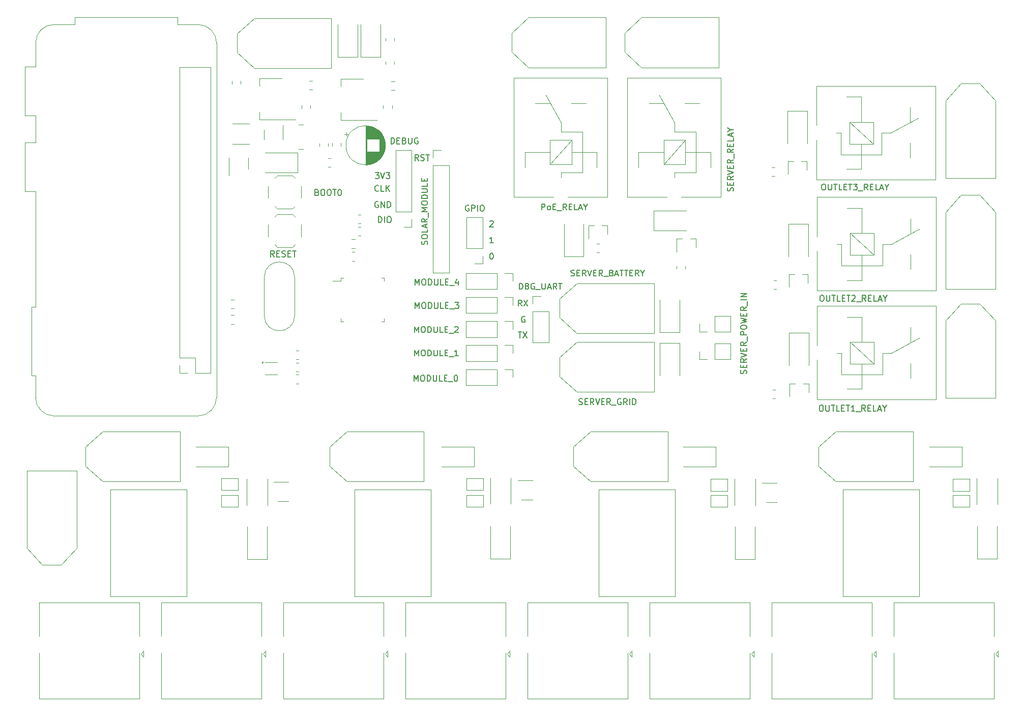
<source format=gbr>
%TF.GenerationSoftware,KiCad,Pcbnew,5.1.10*%
%TF.CreationDate,2021-11-10T11:01:34+01:00*%
%TF.ProjectId,Controller,436f6e74-726f-46c6-9c65-722e6b696361,rev?*%
%TF.SameCoordinates,Original*%
%TF.FileFunction,Legend,Top*%
%TF.FilePolarity,Positive*%
%FSLAX46Y46*%
G04 Gerber Fmt 4.6, Leading zero omitted, Abs format (unit mm)*
G04 Created by KiCad (PCBNEW 5.1.10) date 2021-11-10 11:01:34*
%MOMM*%
%LPD*%
G01*
G04 APERTURE LIST*
%ADD10C,0.150000*%
%ADD11C,0.120000*%
G04 APERTURE END LIST*
D10*
X147838095Y-93152380D02*
X148409523Y-93152380D01*
X148123809Y-94152380D02*
X148123809Y-93152380D01*
X148647619Y-93152380D02*
X149314285Y-94152380D01*
X149314285Y-93152380D02*
X148647619Y-94152380D01*
X148961904Y-90600000D02*
X148866666Y-90552380D01*
X148723809Y-90552380D01*
X148580952Y-90600000D01*
X148485714Y-90695238D01*
X148438095Y-90790476D01*
X148390476Y-90980952D01*
X148390476Y-91123809D01*
X148438095Y-91314285D01*
X148485714Y-91409523D01*
X148580952Y-91504761D01*
X148723809Y-91552380D01*
X148819047Y-91552380D01*
X148961904Y-91504761D01*
X149009523Y-91457142D01*
X149009523Y-91123809D01*
X148819047Y-91123809D01*
X148433333Y-88852380D02*
X148100000Y-88376190D01*
X147861904Y-88852380D02*
X147861904Y-87852380D01*
X148242857Y-87852380D01*
X148338095Y-87900000D01*
X148385714Y-87947619D01*
X148433333Y-88042857D01*
X148433333Y-88185714D01*
X148385714Y-88280952D01*
X148338095Y-88328571D01*
X148242857Y-88376190D01*
X147861904Y-88376190D01*
X148766666Y-87852380D02*
X149433333Y-88852380D01*
X149433333Y-87852380D02*
X148766666Y-88852380D01*
X148023809Y-86052380D02*
X148023809Y-85052380D01*
X148261904Y-85052380D01*
X148404761Y-85100000D01*
X148500000Y-85195238D01*
X148547619Y-85290476D01*
X148595238Y-85480952D01*
X148595238Y-85623809D01*
X148547619Y-85814285D01*
X148500000Y-85909523D01*
X148404761Y-86004761D01*
X148261904Y-86052380D01*
X148023809Y-86052380D01*
X149357142Y-85528571D02*
X149500000Y-85576190D01*
X149547619Y-85623809D01*
X149595238Y-85719047D01*
X149595238Y-85861904D01*
X149547619Y-85957142D01*
X149500000Y-86004761D01*
X149404761Y-86052380D01*
X149023809Y-86052380D01*
X149023809Y-85052380D01*
X149357142Y-85052380D01*
X149452380Y-85100000D01*
X149500000Y-85147619D01*
X149547619Y-85242857D01*
X149547619Y-85338095D01*
X149500000Y-85433333D01*
X149452380Y-85480952D01*
X149357142Y-85528571D01*
X149023809Y-85528571D01*
X150547619Y-85100000D02*
X150452380Y-85052380D01*
X150309523Y-85052380D01*
X150166666Y-85100000D01*
X150071428Y-85195238D01*
X150023809Y-85290476D01*
X149976190Y-85480952D01*
X149976190Y-85623809D01*
X150023809Y-85814285D01*
X150071428Y-85909523D01*
X150166666Y-86004761D01*
X150309523Y-86052380D01*
X150404761Y-86052380D01*
X150547619Y-86004761D01*
X150595238Y-85957142D01*
X150595238Y-85623809D01*
X150404761Y-85623809D01*
X150785714Y-86147619D02*
X151547619Y-86147619D01*
X151785714Y-85052380D02*
X151785714Y-85861904D01*
X151833333Y-85957142D01*
X151880952Y-86004761D01*
X151976190Y-86052380D01*
X152166666Y-86052380D01*
X152261904Y-86004761D01*
X152309523Y-85957142D01*
X152357142Y-85861904D01*
X152357142Y-85052380D01*
X152785714Y-85766666D02*
X153261904Y-85766666D01*
X152690476Y-86052380D02*
X153023809Y-85052380D01*
X153357142Y-86052380D01*
X154261904Y-86052380D02*
X153928571Y-85576190D01*
X153690476Y-86052380D02*
X153690476Y-85052380D01*
X154071428Y-85052380D01*
X154166666Y-85100000D01*
X154214285Y-85147619D01*
X154261904Y-85242857D01*
X154261904Y-85385714D01*
X154214285Y-85480952D01*
X154166666Y-85528571D01*
X154071428Y-85576190D01*
X153690476Y-85576190D01*
X154547619Y-85052380D02*
X155119047Y-85052380D01*
X154833333Y-86052380D02*
X154833333Y-85052380D01*
X156628571Y-83804761D02*
X156771428Y-83852380D01*
X157009523Y-83852380D01*
X157104761Y-83804761D01*
X157152380Y-83757142D01*
X157200000Y-83661904D01*
X157200000Y-83566666D01*
X157152380Y-83471428D01*
X157104761Y-83423809D01*
X157009523Y-83376190D01*
X156819047Y-83328571D01*
X156723809Y-83280952D01*
X156676190Y-83233333D01*
X156628571Y-83138095D01*
X156628571Y-83042857D01*
X156676190Y-82947619D01*
X156723809Y-82900000D01*
X156819047Y-82852380D01*
X157057142Y-82852380D01*
X157200000Y-82900000D01*
X157628571Y-83328571D02*
X157961904Y-83328571D01*
X158104761Y-83852380D02*
X157628571Y-83852380D01*
X157628571Y-82852380D01*
X158104761Y-82852380D01*
X159104761Y-83852380D02*
X158771428Y-83376190D01*
X158533333Y-83852380D02*
X158533333Y-82852380D01*
X158914285Y-82852380D01*
X159009523Y-82900000D01*
X159057142Y-82947619D01*
X159104761Y-83042857D01*
X159104761Y-83185714D01*
X159057142Y-83280952D01*
X159009523Y-83328571D01*
X158914285Y-83376190D01*
X158533333Y-83376190D01*
X159390476Y-82852380D02*
X159723809Y-83852380D01*
X160057142Y-82852380D01*
X160390476Y-83328571D02*
X160723809Y-83328571D01*
X160866666Y-83852380D02*
X160390476Y-83852380D01*
X160390476Y-82852380D01*
X160866666Y-82852380D01*
X161866666Y-83852380D02*
X161533333Y-83376190D01*
X161295238Y-83852380D02*
X161295238Y-82852380D01*
X161676190Y-82852380D01*
X161771428Y-82900000D01*
X161819047Y-82947619D01*
X161866666Y-83042857D01*
X161866666Y-83185714D01*
X161819047Y-83280952D01*
X161771428Y-83328571D01*
X161676190Y-83376190D01*
X161295238Y-83376190D01*
X162057142Y-83947619D02*
X162819047Y-83947619D01*
X163390476Y-83328571D02*
X163533333Y-83376190D01*
X163580952Y-83423809D01*
X163628571Y-83519047D01*
X163628571Y-83661904D01*
X163580952Y-83757142D01*
X163533333Y-83804761D01*
X163438095Y-83852380D01*
X163057142Y-83852380D01*
X163057142Y-82852380D01*
X163390476Y-82852380D01*
X163485714Y-82900000D01*
X163533333Y-82947619D01*
X163580952Y-83042857D01*
X163580952Y-83138095D01*
X163533333Y-83233333D01*
X163485714Y-83280952D01*
X163390476Y-83328571D01*
X163057142Y-83328571D01*
X164009523Y-83566666D02*
X164485714Y-83566666D01*
X163914285Y-83852380D02*
X164247619Y-82852380D01*
X164580952Y-83852380D01*
X164771428Y-82852380D02*
X165342857Y-82852380D01*
X165057142Y-83852380D02*
X165057142Y-82852380D01*
X165533333Y-82852380D02*
X166104761Y-82852380D01*
X165819047Y-83852380D02*
X165819047Y-82852380D01*
X166438095Y-83328571D02*
X166771428Y-83328571D01*
X166914285Y-83852380D02*
X166438095Y-83852380D01*
X166438095Y-82852380D01*
X166914285Y-82852380D01*
X167914285Y-83852380D02*
X167580952Y-83376190D01*
X167342857Y-83852380D02*
X167342857Y-82852380D01*
X167723809Y-82852380D01*
X167819047Y-82900000D01*
X167866666Y-82947619D01*
X167914285Y-83042857D01*
X167914285Y-83185714D01*
X167866666Y-83280952D01*
X167819047Y-83328571D01*
X167723809Y-83376190D01*
X167342857Y-83376190D01*
X168533333Y-83376190D02*
X168533333Y-83852380D01*
X168200000Y-82852380D02*
X168533333Y-83376190D01*
X168866666Y-82852380D01*
X157961904Y-105204761D02*
X158104761Y-105252380D01*
X158342857Y-105252380D01*
X158438095Y-105204761D01*
X158485714Y-105157142D01*
X158533333Y-105061904D01*
X158533333Y-104966666D01*
X158485714Y-104871428D01*
X158438095Y-104823809D01*
X158342857Y-104776190D01*
X158152380Y-104728571D01*
X158057142Y-104680952D01*
X158009523Y-104633333D01*
X157961904Y-104538095D01*
X157961904Y-104442857D01*
X158009523Y-104347619D01*
X158057142Y-104300000D01*
X158152380Y-104252380D01*
X158390476Y-104252380D01*
X158533333Y-104300000D01*
X158961904Y-104728571D02*
X159295238Y-104728571D01*
X159438095Y-105252380D02*
X158961904Y-105252380D01*
X158961904Y-104252380D01*
X159438095Y-104252380D01*
X160438095Y-105252380D02*
X160104761Y-104776190D01*
X159866666Y-105252380D02*
X159866666Y-104252380D01*
X160247619Y-104252380D01*
X160342857Y-104300000D01*
X160390476Y-104347619D01*
X160438095Y-104442857D01*
X160438095Y-104585714D01*
X160390476Y-104680952D01*
X160342857Y-104728571D01*
X160247619Y-104776190D01*
X159866666Y-104776190D01*
X160723809Y-104252380D02*
X161057142Y-105252380D01*
X161390476Y-104252380D01*
X161723809Y-104728571D02*
X162057142Y-104728571D01*
X162200000Y-105252380D02*
X161723809Y-105252380D01*
X161723809Y-104252380D01*
X162200000Y-104252380D01*
X163200000Y-105252380D02*
X162866666Y-104776190D01*
X162628571Y-105252380D02*
X162628571Y-104252380D01*
X163009523Y-104252380D01*
X163104761Y-104300000D01*
X163152380Y-104347619D01*
X163200000Y-104442857D01*
X163200000Y-104585714D01*
X163152380Y-104680952D01*
X163104761Y-104728571D01*
X163009523Y-104776190D01*
X162628571Y-104776190D01*
X163390476Y-105347619D02*
X164152380Y-105347619D01*
X164914285Y-104300000D02*
X164819047Y-104252380D01*
X164676190Y-104252380D01*
X164533333Y-104300000D01*
X164438095Y-104395238D01*
X164390476Y-104490476D01*
X164342857Y-104680952D01*
X164342857Y-104823809D01*
X164390476Y-105014285D01*
X164438095Y-105109523D01*
X164533333Y-105204761D01*
X164676190Y-105252380D01*
X164771428Y-105252380D01*
X164914285Y-105204761D01*
X164961904Y-105157142D01*
X164961904Y-104823809D01*
X164771428Y-104823809D01*
X165961904Y-105252380D02*
X165628571Y-104776190D01*
X165390476Y-105252380D02*
X165390476Y-104252380D01*
X165771428Y-104252380D01*
X165866666Y-104300000D01*
X165914285Y-104347619D01*
X165961904Y-104442857D01*
X165961904Y-104585714D01*
X165914285Y-104680952D01*
X165866666Y-104728571D01*
X165771428Y-104776190D01*
X165390476Y-104776190D01*
X166390476Y-105252380D02*
X166390476Y-104252380D01*
X166866666Y-105252380D02*
X166866666Y-104252380D01*
X167104761Y-104252380D01*
X167247619Y-104300000D01*
X167342857Y-104395238D01*
X167390476Y-104490476D01*
X167438095Y-104680952D01*
X167438095Y-104823809D01*
X167390476Y-105014285D01*
X167342857Y-105109523D01*
X167247619Y-105204761D01*
X167104761Y-105252380D01*
X166866666Y-105252380D01*
X185804761Y-100090476D02*
X185852380Y-99947619D01*
X185852380Y-99709523D01*
X185804761Y-99614285D01*
X185757142Y-99566666D01*
X185661904Y-99519047D01*
X185566666Y-99519047D01*
X185471428Y-99566666D01*
X185423809Y-99614285D01*
X185376190Y-99709523D01*
X185328571Y-99900000D01*
X185280952Y-99995238D01*
X185233333Y-100042857D01*
X185138095Y-100090476D01*
X185042857Y-100090476D01*
X184947619Y-100042857D01*
X184900000Y-99995238D01*
X184852380Y-99900000D01*
X184852380Y-99661904D01*
X184900000Y-99519047D01*
X185328571Y-99090476D02*
X185328571Y-98757142D01*
X185852380Y-98614285D02*
X185852380Y-99090476D01*
X184852380Y-99090476D01*
X184852380Y-98614285D01*
X185852380Y-97614285D02*
X185376190Y-97947619D01*
X185852380Y-98185714D02*
X184852380Y-98185714D01*
X184852380Y-97804761D01*
X184900000Y-97709523D01*
X184947619Y-97661904D01*
X185042857Y-97614285D01*
X185185714Y-97614285D01*
X185280952Y-97661904D01*
X185328571Y-97709523D01*
X185376190Y-97804761D01*
X185376190Y-98185714D01*
X184852380Y-97328571D02*
X185852380Y-96995238D01*
X184852380Y-96661904D01*
X185328571Y-96328571D02*
X185328571Y-95995238D01*
X185852380Y-95852380D02*
X185852380Y-96328571D01*
X184852380Y-96328571D01*
X184852380Y-95852380D01*
X185852380Y-94852380D02*
X185376190Y-95185714D01*
X185852380Y-95423809D02*
X184852380Y-95423809D01*
X184852380Y-95042857D01*
X184900000Y-94947619D01*
X184947619Y-94900000D01*
X185042857Y-94852380D01*
X185185714Y-94852380D01*
X185280952Y-94900000D01*
X185328571Y-94947619D01*
X185376190Y-95042857D01*
X185376190Y-95423809D01*
X185947619Y-94661904D02*
X185947619Y-93900000D01*
X185852380Y-93661904D02*
X184852380Y-93661904D01*
X184852380Y-93280952D01*
X184900000Y-93185714D01*
X184947619Y-93138095D01*
X185042857Y-93090476D01*
X185185714Y-93090476D01*
X185280952Y-93138095D01*
X185328571Y-93185714D01*
X185376190Y-93280952D01*
X185376190Y-93661904D01*
X184852380Y-92471428D02*
X184852380Y-92280952D01*
X184900000Y-92185714D01*
X184995238Y-92090476D01*
X185185714Y-92042857D01*
X185519047Y-92042857D01*
X185709523Y-92090476D01*
X185804761Y-92185714D01*
X185852380Y-92280952D01*
X185852380Y-92471428D01*
X185804761Y-92566666D01*
X185709523Y-92661904D01*
X185519047Y-92709523D01*
X185185714Y-92709523D01*
X184995238Y-92661904D01*
X184900000Y-92566666D01*
X184852380Y-92471428D01*
X184852380Y-91709523D02*
X185852380Y-91471428D01*
X185138095Y-91280952D01*
X185852380Y-91090476D01*
X184852380Y-90852380D01*
X185328571Y-90471428D02*
X185328571Y-90138095D01*
X185852380Y-89995238D02*
X185852380Y-90471428D01*
X184852380Y-90471428D01*
X184852380Y-89995238D01*
X185852380Y-88995238D02*
X185376190Y-89328571D01*
X185852380Y-89566666D02*
X184852380Y-89566666D01*
X184852380Y-89185714D01*
X184900000Y-89090476D01*
X184947619Y-89042857D01*
X185042857Y-88995238D01*
X185185714Y-88995238D01*
X185280952Y-89042857D01*
X185328571Y-89090476D01*
X185376190Y-89185714D01*
X185376190Y-89566666D01*
X185947619Y-88804761D02*
X185947619Y-88042857D01*
X185852380Y-87804761D02*
X184852380Y-87804761D01*
X185852380Y-87328571D02*
X184852380Y-87328571D01*
X185852380Y-86757142D01*
X184852380Y-86757142D01*
X198590476Y-68552380D02*
X198780952Y-68552380D01*
X198876190Y-68600000D01*
X198971428Y-68695238D01*
X199019047Y-68885714D01*
X199019047Y-69219047D01*
X198971428Y-69409523D01*
X198876190Y-69504761D01*
X198780952Y-69552380D01*
X198590476Y-69552380D01*
X198495238Y-69504761D01*
X198400000Y-69409523D01*
X198352380Y-69219047D01*
X198352380Y-68885714D01*
X198400000Y-68695238D01*
X198495238Y-68600000D01*
X198590476Y-68552380D01*
X199447619Y-68552380D02*
X199447619Y-69361904D01*
X199495238Y-69457142D01*
X199542857Y-69504761D01*
X199638095Y-69552380D01*
X199828571Y-69552380D01*
X199923809Y-69504761D01*
X199971428Y-69457142D01*
X200019047Y-69361904D01*
X200019047Y-68552380D01*
X200352380Y-68552380D02*
X200923809Y-68552380D01*
X200638095Y-69552380D02*
X200638095Y-68552380D01*
X201733333Y-69552380D02*
X201257142Y-69552380D01*
X201257142Y-68552380D01*
X202066666Y-69028571D02*
X202400000Y-69028571D01*
X202542857Y-69552380D02*
X202066666Y-69552380D01*
X202066666Y-68552380D01*
X202542857Y-68552380D01*
X202828571Y-68552380D02*
X203400000Y-68552380D01*
X203114285Y-69552380D02*
X203114285Y-68552380D01*
X203638095Y-68552380D02*
X204257142Y-68552380D01*
X203923809Y-68933333D01*
X204066666Y-68933333D01*
X204161904Y-68980952D01*
X204209523Y-69028571D01*
X204257142Y-69123809D01*
X204257142Y-69361904D01*
X204209523Y-69457142D01*
X204161904Y-69504761D01*
X204066666Y-69552380D01*
X203780952Y-69552380D01*
X203685714Y-69504761D01*
X203638095Y-69457142D01*
X204447619Y-69647619D02*
X205209523Y-69647619D01*
X206019047Y-69552380D02*
X205685714Y-69076190D01*
X205447619Y-69552380D02*
X205447619Y-68552380D01*
X205828571Y-68552380D01*
X205923809Y-68600000D01*
X205971428Y-68647619D01*
X206019047Y-68742857D01*
X206019047Y-68885714D01*
X205971428Y-68980952D01*
X205923809Y-69028571D01*
X205828571Y-69076190D01*
X205447619Y-69076190D01*
X206447619Y-69028571D02*
X206780952Y-69028571D01*
X206923809Y-69552380D02*
X206447619Y-69552380D01*
X206447619Y-68552380D01*
X206923809Y-68552380D01*
X207828571Y-69552380D02*
X207352380Y-69552380D01*
X207352380Y-68552380D01*
X208114285Y-69266666D02*
X208590476Y-69266666D01*
X208019047Y-69552380D02*
X208352380Y-68552380D01*
X208685714Y-69552380D01*
X209209523Y-69076190D02*
X209209523Y-69552380D01*
X208876190Y-68552380D02*
X209209523Y-69076190D01*
X209542857Y-68552380D01*
X198290476Y-87052380D02*
X198480952Y-87052380D01*
X198576190Y-87100000D01*
X198671428Y-87195238D01*
X198719047Y-87385714D01*
X198719047Y-87719047D01*
X198671428Y-87909523D01*
X198576190Y-88004761D01*
X198480952Y-88052380D01*
X198290476Y-88052380D01*
X198195238Y-88004761D01*
X198100000Y-87909523D01*
X198052380Y-87719047D01*
X198052380Y-87385714D01*
X198100000Y-87195238D01*
X198195238Y-87100000D01*
X198290476Y-87052380D01*
X199147619Y-87052380D02*
X199147619Y-87861904D01*
X199195238Y-87957142D01*
X199242857Y-88004761D01*
X199338095Y-88052380D01*
X199528571Y-88052380D01*
X199623809Y-88004761D01*
X199671428Y-87957142D01*
X199719047Y-87861904D01*
X199719047Y-87052380D01*
X200052380Y-87052380D02*
X200623809Y-87052380D01*
X200338095Y-88052380D02*
X200338095Y-87052380D01*
X201433333Y-88052380D02*
X200957142Y-88052380D01*
X200957142Y-87052380D01*
X201766666Y-87528571D02*
X202100000Y-87528571D01*
X202242857Y-88052380D02*
X201766666Y-88052380D01*
X201766666Y-87052380D01*
X202242857Y-87052380D01*
X202528571Y-87052380D02*
X203100000Y-87052380D01*
X202814285Y-88052380D02*
X202814285Y-87052380D01*
X203385714Y-87147619D02*
X203433333Y-87100000D01*
X203528571Y-87052380D01*
X203766666Y-87052380D01*
X203861904Y-87100000D01*
X203909523Y-87147619D01*
X203957142Y-87242857D01*
X203957142Y-87338095D01*
X203909523Y-87480952D01*
X203338095Y-88052380D01*
X203957142Y-88052380D01*
X204147619Y-88147619D02*
X204909523Y-88147619D01*
X205719047Y-88052380D02*
X205385714Y-87576190D01*
X205147619Y-88052380D02*
X205147619Y-87052380D01*
X205528571Y-87052380D01*
X205623809Y-87100000D01*
X205671428Y-87147619D01*
X205719047Y-87242857D01*
X205719047Y-87385714D01*
X205671428Y-87480952D01*
X205623809Y-87528571D01*
X205528571Y-87576190D01*
X205147619Y-87576190D01*
X206147619Y-87528571D02*
X206480952Y-87528571D01*
X206623809Y-88052380D02*
X206147619Y-88052380D01*
X206147619Y-87052380D01*
X206623809Y-87052380D01*
X207528571Y-88052380D02*
X207052380Y-88052380D01*
X207052380Y-87052380D01*
X207814285Y-87766666D02*
X208290476Y-87766666D01*
X207719047Y-88052380D02*
X208052380Y-87052380D01*
X208385714Y-88052380D01*
X208909523Y-87576190D02*
X208909523Y-88052380D01*
X208576190Y-87052380D02*
X208909523Y-87576190D01*
X209242857Y-87052380D01*
X198190476Y-105352380D02*
X198380952Y-105352380D01*
X198476190Y-105400000D01*
X198571428Y-105495238D01*
X198619047Y-105685714D01*
X198619047Y-106019047D01*
X198571428Y-106209523D01*
X198476190Y-106304761D01*
X198380952Y-106352380D01*
X198190476Y-106352380D01*
X198095238Y-106304761D01*
X198000000Y-106209523D01*
X197952380Y-106019047D01*
X197952380Y-105685714D01*
X198000000Y-105495238D01*
X198095238Y-105400000D01*
X198190476Y-105352380D01*
X199047619Y-105352380D02*
X199047619Y-106161904D01*
X199095238Y-106257142D01*
X199142857Y-106304761D01*
X199238095Y-106352380D01*
X199428571Y-106352380D01*
X199523809Y-106304761D01*
X199571428Y-106257142D01*
X199619047Y-106161904D01*
X199619047Y-105352380D01*
X199952380Y-105352380D02*
X200523809Y-105352380D01*
X200238095Y-106352380D02*
X200238095Y-105352380D01*
X201333333Y-106352380D02*
X200857142Y-106352380D01*
X200857142Y-105352380D01*
X201666666Y-105828571D02*
X202000000Y-105828571D01*
X202142857Y-106352380D02*
X201666666Y-106352380D01*
X201666666Y-105352380D01*
X202142857Y-105352380D01*
X202428571Y-105352380D02*
X203000000Y-105352380D01*
X202714285Y-106352380D02*
X202714285Y-105352380D01*
X203857142Y-106352380D02*
X203285714Y-106352380D01*
X203571428Y-106352380D02*
X203571428Y-105352380D01*
X203476190Y-105495238D01*
X203380952Y-105590476D01*
X203285714Y-105638095D01*
X204047619Y-106447619D02*
X204809523Y-106447619D01*
X205619047Y-106352380D02*
X205285714Y-105876190D01*
X205047619Y-106352380D02*
X205047619Y-105352380D01*
X205428571Y-105352380D01*
X205523809Y-105400000D01*
X205571428Y-105447619D01*
X205619047Y-105542857D01*
X205619047Y-105685714D01*
X205571428Y-105780952D01*
X205523809Y-105828571D01*
X205428571Y-105876190D01*
X205047619Y-105876190D01*
X206047619Y-105828571D02*
X206380952Y-105828571D01*
X206523809Y-106352380D02*
X206047619Y-106352380D01*
X206047619Y-105352380D01*
X206523809Y-105352380D01*
X207428571Y-106352380D02*
X206952380Y-106352380D01*
X206952380Y-105352380D01*
X207714285Y-106066666D02*
X208190476Y-106066666D01*
X207619047Y-106352380D02*
X207952380Y-105352380D01*
X208285714Y-106352380D01*
X208809523Y-105876190D02*
X208809523Y-106352380D01*
X208476190Y-105352380D02*
X208809523Y-105876190D01*
X209142857Y-105352380D01*
X183604761Y-69714285D02*
X183652380Y-69571428D01*
X183652380Y-69333333D01*
X183604761Y-69238095D01*
X183557142Y-69190476D01*
X183461904Y-69142857D01*
X183366666Y-69142857D01*
X183271428Y-69190476D01*
X183223809Y-69238095D01*
X183176190Y-69333333D01*
X183128571Y-69523809D01*
X183080952Y-69619047D01*
X183033333Y-69666666D01*
X182938095Y-69714285D01*
X182842857Y-69714285D01*
X182747619Y-69666666D01*
X182700000Y-69619047D01*
X182652380Y-69523809D01*
X182652380Y-69285714D01*
X182700000Y-69142857D01*
X183128571Y-68714285D02*
X183128571Y-68380952D01*
X183652380Y-68238095D02*
X183652380Y-68714285D01*
X182652380Y-68714285D01*
X182652380Y-68238095D01*
X183652380Y-67238095D02*
X183176190Y-67571428D01*
X183652380Y-67809523D02*
X182652380Y-67809523D01*
X182652380Y-67428571D01*
X182700000Y-67333333D01*
X182747619Y-67285714D01*
X182842857Y-67238095D01*
X182985714Y-67238095D01*
X183080952Y-67285714D01*
X183128571Y-67333333D01*
X183176190Y-67428571D01*
X183176190Y-67809523D01*
X182652380Y-66952380D02*
X183652380Y-66619047D01*
X182652380Y-66285714D01*
X183128571Y-65952380D02*
X183128571Y-65619047D01*
X183652380Y-65476190D02*
X183652380Y-65952380D01*
X182652380Y-65952380D01*
X182652380Y-65476190D01*
X183652380Y-64476190D02*
X183176190Y-64809523D01*
X183652380Y-65047619D02*
X182652380Y-65047619D01*
X182652380Y-64666666D01*
X182700000Y-64571428D01*
X182747619Y-64523809D01*
X182842857Y-64476190D01*
X182985714Y-64476190D01*
X183080952Y-64523809D01*
X183128571Y-64571428D01*
X183176190Y-64666666D01*
X183176190Y-65047619D01*
X183747619Y-64285714D02*
X183747619Y-63523809D01*
X183652380Y-62714285D02*
X183176190Y-63047619D01*
X183652380Y-63285714D02*
X182652380Y-63285714D01*
X182652380Y-62904761D01*
X182700000Y-62809523D01*
X182747619Y-62761904D01*
X182842857Y-62714285D01*
X182985714Y-62714285D01*
X183080952Y-62761904D01*
X183128571Y-62809523D01*
X183176190Y-62904761D01*
X183176190Y-63285714D01*
X183128571Y-62285714D02*
X183128571Y-61952380D01*
X183652380Y-61809523D02*
X183652380Y-62285714D01*
X182652380Y-62285714D01*
X182652380Y-61809523D01*
X183652380Y-60904761D02*
X183652380Y-61380952D01*
X182652380Y-61380952D01*
X183366666Y-60619047D02*
X183366666Y-60142857D01*
X183652380Y-60714285D02*
X182652380Y-60380952D01*
X183652380Y-60047619D01*
X183176190Y-59523809D02*
X183652380Y-59523809D01*
X182652380Y-59857142D02*
X183176190Y-59523809D01*
X182652380Y-59190476D01*
X151738095Y-72852380D02*
X151738095Y-71852380D01*
X152119047Y-71852380D01*
X152214285Y-71900000D01*
X152261904Y-71947619D01*
X152309523Y-72042857D01*
X152309523Y-72185714D01*
X152261904Y-72280952D01*
X152214285Y-72328571D01*
X152119047Y-72376190D01*
X151738095Y-72376190D01*
X152880952Y-72852380D02*
X152785714Y-72804761D01*
X152738095Y-72757142D01*
X152690476Y-72661904D01*
X152690476Y-72376190D01*
X152738095Y-72280952D01*
X152785714Y-72233333D01*
X152880952Y-72185714D01*
X153023809Y-72185714D01*
X153119047Y-72233333D01*
X153166666Y-72280952D01*
X153214285Y-72376190D01*
X153214285Y-72661904D01*
X153166666Y-72757142D01*
X153119047Y-72804761D01*
X153023809Y-72852380D01*
X152880952Y-72852380D01*
X153642857Y-72328571D02*
X153976190Y-72328571D01*
X154119047Y-72852380D02*
X153642857Y-72852380D01*
X153642857Y-71852380D01*
X154119047Y-71852380D01*
X154309523Y-72947619D02*
X155071428Y-72947619D01*
X155880952Y-72852380D02*
X155547619Y-72376190D01*
X155309523Y-72852380D02*
X155309523Y-71852380D01*
X155690476Y-71852380D01*
X155785714Y-71900000D01*
X155833333Y-71947619D01*
X155880952Y-72042857D01*
X155880952Y-72185714D01*
X155833333Y-72280952D01*
X155785714Y-72328571D01*
X155690476Y-72376190D01*
X155309523Y-72376190D01*
X156309523Y-72328571D02*
X156642857Y-72328571D01*
X156785714Y-72852380D02*
X156309523Y-72852380D01*
X156309523Y-71852380D01*
X156785714Y-71852380D01*
X157690476Y-72852380D02*
X157214285Y-72852380D01*
X157214285Y-71852380D01*
X157976190Y-72566666D02*
X158452380Y-72566666D01*
X157880952Y-72852380D02*
X158214285Y-71852380D01*
X158547619Y-72852380D01*
X159071428Y-72376190D02*
X159071428Y-72852380D01*
X158738095Y-71852380D02*
X159071428Y-72376190D01*
X159404761Y-71852380D01*
X114366666Y-69928571D02*
X114509523Y-69976190D01*
X114557142Y-70023809D01*
X114604761Y-70119047D01*
X114604761Y-70261904D01*
X114557142Y-70357142D01*
X114509523Y-70404761D01*
X114414285Y-70452380D01*
X114033333Y-70452380D01*
X114033333Y-69452380D01*
X114366666Y-69452380D01*
X114461904Y-69500000D01*
X114509523Y-69547619D01*
X114557142Y-69642857D01*
X114557142Y-69738095D01*
X114509523Y-69833333D01*
X114461904Y-69880952D01*
X114366666Y-69928571D01*
X114033333Y-69928571D01*
X115223809Y-69452380D02*
X115414285Y-69452380D01*
X115509523Y-69500000D01*
X115604761Y-69595238D01*
X115652380Y-69785714D01*
X115652380Y-70119047D01*
X115604761Y-70309523D01*
X115509523Y-70404761D01*
X115414285Y-70452380D01*
X115223809Y-70452380D01*
X115128571Y-70404761D01*
X115033333Y-70309523D01*
X114985714Y-70119047D01*
X114985714Y-69785714D01*
X115033333Y-69595238D01*
X115128571Y-69500000D01*
X115223809Y-69452380D01*
X116271428Y-69452380D02*
X116461904Y-69452380D01*
X116557142Y-69500000D01*
X116652380Y-69595238D01*
X116700000Y-69785714D01*
X116700000Y-70119047D01*
X116652380Y-70309523D01*
X116557142Y-70404761D01*
X116461904Y-70452380D01*
X116271428Y-70452380D01*
X116176190Y-70404761D01*
X116080952Y-70309523D01*
X116033333Y-70119047D01*
X116033333Y-69785714D01*
X116080952Y-69595238D01*
X116176190Y-69500000D01*
X116271428Y-69452380D01*
X116985714Y-69452380D02*
X117557142Y-69452380D01*
X117271428Y-70452380D02*
X117271428Y-69452380D01*
X118080952Y-69452380D02*
X118176190Y-69452380D01*
X118271428Y-69500000D01*
X118319047Y-69547619D01*
X118366666Y-69642857D01*
X118414285Y-69833333D01*
X118414285Y-70071428D01*
X118366666Y-70261904D01*
X118319047Y-70357142D01*
X118271428Y-70404761D01*
X118176190Y-70452380D01*
X118080952Y-70452380D01*
X117985714Y-70404761D01*
X117938095Y-70357142D01*
X117890476Y-70261904D01*
X117842857Y-70071428D01*
X117842857Y-69833333D01*
X117890476Y-69642857D01*
X117938095Y-69547619D01*
X117985714Y-69500000D01*
X118080952Y-69452380D01*
X107247619Y-80652380D02*
X106914285Y-80176190D01*
X106676190Y-80652380D02*
X106676190Y-79652380D01*
X107057142Y-79652380D01*
X107152380Y-79700000D01*
X107200000Y-79747619D01*
X107247619Y-79842857D01*
X107247619Y-79985714D01*
X107200000Y-80080952D01*
X107152380Y-80128571D01*
X107057142Y-80176190D01*
X106676190Y-80176190D01*
X107676190Y-80128571D02*
X108009523Y-80128571D01*
X108152380Y-80652380D02*
X107676190Y-80652380D01*
X107676190Y-79652380D01*
X108152380Y-79652380D01*
X108533333Y-80604761D02*
X108676190Y-80652380D01*
X108914285Y-80652380D01*
X109009523Y-80604761D01*
X109057142Y-80557142D01*
X109104761Y-80461904D01*
X109104761Y-80366666D01*
X109057142Y-80271428D01*
X109009523Y-80223809D01*
X108914285Y-80176190D01*
X108723809Y-80128571D01*
X108628571Y-80080952D01*
X108580952Y-80033333D01*
X108533333Y-79938095D01*
X108533333Y-79842857D01*
X108580952Y-79747619D01*
X108628571Y-79700000D01*
X108723809Y-79652380D01*
X108961904Y-79652380D01*
X109104761Y-79700000D01*
X109533333Y-80128571D02*
X109866666Y-80128571D01*
X110009523Y-80652380D02*
X109533333Y-80652380D01*
X109533333Y-79652380D01*
X110009523Y-79652380D01*
X110295238Y-79652380D02*
X110866666Y-79652380D01*
X110580952Y-80652380D02*
X110580952Y-79652380D01*
X143114285Y-74747619D02*
X143161904Y-74700000D01*
X143257142Y-74652380D01*
X143495238Y-74652380D01*
X143590476Y-74700000D01*
X143638095Y-74747619D01*
X143685714Y-74842857D01*
X143685714Y-74938095D01*
X143638095Y-75080952D01*
X143066666Y-75652380D01*
X143685714Y-75652380D01*
X143685714Y-78352380D02*
X143114285Y-78352380D01*
X143400000Y-78352380D02*
X143400000Y-77352380D01*
X143304761Y-77495238D01*
X143209523Y-77590476D01*
X143114285Y-77638095D01*
X143352380Y-80052380D02*
X143447619Y-80052380D01*
X143542857Y-80100000D01*
X143590476Y-80147619D01*
X143638095Y-80242857D01*
X143685714Y-80433333D01*
X143685714Y-80671428D01*
X143638095Y-80861904D01*
X143590476Y-80957142D01*
X143542857Y-81004761D01*
X143447619Y-81052380D01*
X143352380Y-81052380D01*
X143257142Y-81004761D01*
X143209523Y-80957142D01*
X143161904Y-80861904D01*
X143114285Y-80671428D01*
X143114285Y-80433333D01*
X143161904Y-80242857D01*
X143209523Y-80147619D01*
X143257142Y-80100000D01*
X143352380Y-80052380D01*
X139600000Y-72100000D02*
X139504761Y-72052380D01*
X139361904Y-72052380D01*
X139219047Y-72100000D01*
X139123809Y-72195238D01*
X139076190Y-72290476D01*
X139028571Y-72480952D01*
X139028571Y-72623809D01*
X139076190Y-72814285D01*
X139123809Y-72909523D01*
X139219047Y-73004761D01*
X139361904Y-73052380D01*
X139457142Y-73052380D01*
X139600000Y-73004761D01*
X139647619Y-72957142D01*
X139647619Y-72623809D01*
X139457142Y-72623809D01*
X140076190Y-73052380D02*
X140076190Y-72052380D01*
X140457142Y-72052380D01*
X140552380Y-72100000D01*
X140600000Y-72147619D01*
X140647619Y-72242857D01*
X140647619Y-72385714D01*
X140600000Y-72480952D01*
X140552380Y-72528571D01*
X140457142Y-72576190D01*
X140076190Y-72576190D01*
X141076190Y-73052380D02*
X141076190Y-72052380D01*
X141742857Y-72052380D02*
X141933333Y-72052380D01*
X142028571Y-72100000D01*
X142123809Y-72195238D01*
X142171428Y-72385714D01*
X142171428Y-72719047D01*
X142123809Y-72909523D01*
X142028571Y-73004761D01*
X141933333Y-73052380D01*
X141742857Y-73052380D01*
X141647619Y-73004761D01*
X141552380Y-72909523D01*
X141504761Y-72719047D01*
X141504761Y-72385714D01*
X141552380Y-72195238D01*
X141647619Y-72100000D01*
X141742857Y-72052380D01*
X124576190Y-74952380D02*
X124576190Y-73952380D01*
X124814285Y-73952380D01*
X124957142Y-74000000D01*
X125052380Y-74095238D01*
X125100000Y-74190476D01*
X125147619Y-74380952D01*
X125147619Y-74523809D01*
X125100000Y-74714285D01*
X125052380Y-74809523D01*
X124957142Y-74904761D01*
X124814285Y-74952380D01*
X124576190Y-74952380D01*
X125576190Y-74952380D02*
X125576190Y-73952380D01*
X126242857Y-73952380D02*
X126433333Y-73952380D01*
X126528571Y-74000000D01*
X126623809Y-74095238D01*
X126671428Y-74285714D01*
X126671428Y-74619047D01*
X126623809Y-74809523D01*
X126528571Y-74904761D01*
X126433333Y-74952380D01*
X126242857Y-74952380D01*
X126147619Y-74904761D01*
X126052380Y-74809523D01*
X126004761Y-74619047D01*
X126004761Y-74285714D01*
X126052380Y-74095238D01*
X126147619Y-74000000D01*
X126242857Y-73952380D01*
X124538095Y-71500000D02*
X124442857Y-71452380D01*
X124300000Y-71452380D01*
X124157142Y-71500000D01*
X124061904Y-71595238D01*
X124014285Y-71690476D01*
X123966666Y-71880952D01*
X123966666Y-72023809D01*
X124014285Y-72214285D01*
X124061904Y-72309523D01*
X124157142Y-72404761D01*
X124300000Y-72452380D01*
X124395238Y-72452380D01*
X124538095Y-72404761D01*
X124585714Y-72357142D01*
X124585714Y-72023809D01*
X124395238Y-72023809D01*
X125014285Y-72452380D02*
X125014285Y-71452380D01*
X125585714Y-72452380D01*
X125585714Y-71452380D01*
X126061904Y-72452380D02*
X126061904Y-71452380D01*
X126300000Y-71452380D01*
X126442857Y-71500000D01*
X126538095Y-71595238D01*
X126585714Y-71690476D01*
X126633333Y-71880952D01*
X126633333Y-72023809D01*
X126585714Y-72214285D01*
X126538095Y-72309523D01*
X126442857Y-72404761D01*
X126300000Y-72452380D01*
X126061904Y-72452380D01*
X124604761Y-69657142D02*
X124557142Y-69704761D01*
X124414285Y-69752380D01*
X124319047Y-69752380D01*
X124176190Y-69704761D01*
X124080952Y-69609523D01*
X124033333Y-69514285D01*
X123985714Y-69323809D01*
X123985714Y-69180952D01*
X124033333Y-68990476D01*
X124080952Y-68895238D01*
X124176190Y-68800000D01*
X124319047Y-68752380D01*
X124414285Y-68752380D01*
X124557142Y-68800000D01*
X124604761Y-68847619D01*
X125509523Y-69752380D02*
X125033333Y-69752380D01*
X125033333Y-68752380D01*
X125842857Y-69752380D02*
X125842857Y-68752380D01*
X126414285Y-69752380D02*
X125985714Y-69180952D01*
X126414285Y-68752380D02*
X125842857Y-69323809D01*
X124061904Y-66652380D02*
X124680952Y-66652380D01*
X124347619Y-67033333D01*
X124490476Y-67033333D01*
X124585714Y-67080952D01*
X124633333Y-67128571D01*
X124680952Y-67223809D01*
X124680952Y-67461904D01*
X124633333Y-67557142D01*
X124585714Y-67604761D01*
X124490476Y-67652380D01*
X124204761Y-67652380D01*
X124109523Y-67604761D01*
X124061904Y-67557142D01*
X124966666Y-66652380D02*
X125300000Y-67652380D01*
X125633333Y-66652380D01*
X125871428Y-66652380D02*
X126490476Y-66652380D01*
X126157142Y-67033333D01*
X126300000Y-67033333D01*
X126395238Y-67080952D01*
X126442857Y-67128571D01*
X126490476Y-67223809D01*
X126490476Y-67461904D01*
X126442857Y-67557142D01*
X126395238Y-67604761D01*
X126300000Y-67652380D01*
X126014285Y-67652380D01*
X125919047Y-67604761D01*
X125871428Y-67557142D01*
X131252380Y-64652380D02*
X130919047Y-64176190D01*
X130680952Y-64652380D02*
X130680952Y-63652380D01*
X131061904Y-63652380D01*
X131157142Y-63700000D01*
X131204761Y-63747619D01*
X131252380Y-63842857D01*
X131252380Y-63985714D01*
X131204761Y-64080952D01*
X131157142Y-64128571D01*
X131061904Y-64176190D01*
X130680952Y-64176190D01*
X131633333Y-64604761D02*
X131776190Y-64652380D01*
X132014285Y-64652380D01*
X132109523Y-64604761D01*
X132157142Y-64557142D01*
X132204761Y-64461904D01*
X132204761Y-64366666D01*
X132157142Y-64271428D01*
X132109523Y-64223809D01*
X132014285Y-64176190D01*
X131823809Y-64128571D01*
X131728571Y-64080952D01*
X131680952Y-64033333D01*
X131633333Y-63938095D01*
X131633333Y-63842857D01*
X131680952Y-63747619D01*
X131728571Y-63700000D01*
X131823809Y-63652380D01*
X132061904Y-63652380D01*
X132204761Y-63700000D01*
X132490476Y-63652380D02*
X133061904Y-63652380D01*
X132776190Y-64652380D02*
X132776190Y-63652380D01*
X126661904Y-61852380D02*
X126661904Y-60852380D01*
X126900000Y-60852380D01*
X127042857Y-60900000D01*
X127138095Y-60995238D01*
X127185714Y-61090476D01*
X127233333Y-61280952D01*
X127233333Y-61423809D01*
X127185714Y-61614285D01*
X127138095Y-61709523D01*
X127042857Y-61804761D01*
X126900000Y-61852380D01*
X126661904Y-61852380D01*
X127661904Y-61328571D02*
X127995238Y-61328571D01*
X128138095Y-61852380D02*
X127661904Y-61852380D01*
X127661904Y-60852380D01*
X128138095Y-60852380D01*
X128900000Y-61328571D02*
X129042857Y-61376190D01*
X129090476Y-61423809D01*
X129138095Y-61519047D01*
X129138095Y-61661904D01*
X129090476Y-61757142D01*
X129042857Y-61804761D01*
X128947619Y-61852380D01*
X128566666Y-61852380D01*
X128566666Y-60852380D01*
X128900000Y-60852380D01*
X128995238Y-60900000D01*
X129042857Y-60947619D01*
X129090476Y-61042857D01*
X129090476Y-61138095D01*
X129042857Y-61233333D01*
X128995238Y-61280952D01*
X128900000Y-61328571D01*
X128566666Y-61328571D01*
X129566666Y-60852380D02*
X129566666Y-61661904D01*
X129614285Y-61757142D01*
X129661904Y-61804761D01*
X129757142Y-61852380D01*
X129947619Y-61852380D01*
X130042857Y-61804761D01*
X130090476Y-61757142D01*
X130138095Y-61661904D01*
X130138095Y-60852380D01*
X131138095Y-60900000D02*
X131042857Y-60852380D01*
X130900000Y-60852380D01*
X130757142Y-60900000D01*
X130661904Y-60995238D01*
X130614285Y-61090476D01*
X130566666Y-61280952D01*
X130566666Y-61423809D01*
X130614285Y-61614285D01*
X130661904Y-61709523D01*
X130757142Y-61804761D01*
X130900000Y-61852380D01*
X130995238Y-61852380D01*
X131138095Y-61804761D01*
X131185714Y-61757142D01*
X131185714Y-61423809D01*
X130995238Y-61423809D01*
X132704761Y-78600000D02*
X132752380Y-78457142D01*
X132752380Y-78219047D01*
X132704761Y-78123809D01*
X132657142Y-78076190D01*
X132561904Y-78028571D01*
X132466666Y-78028571D01*
X132371428Y-78076190D01*
X132323809Y-78123809D01*
X132276190Y-78219047D01*
X132228571Y-78409523D01*
X132180952Y-78504761D01*
X132133333Y-78552380D01*
X132038095Y-78600000D01*
X131942857Y-78600000D01*
X131847619Y-78552380D01*
X131800000Y-78504761D01*
X131752380Y-78409523D01*
X131752380Y-78171428D01*
X131800000Y-78028571D01*
X131752380Y-77409523D02*
X131752380Y-77219047D01*
X131800000Y-77123809D01*
X131895238Y-77028571D01*
X132085714Y-76980952D01*
X132419047Y-76980952D01*
X132609523Y-77028571D01*
X132704761Y-77123809D01*
X132752380Y-77219047D01*
X132752380Y-77409523D01*
X132704761Y-77504761D01*
X132609523Y-77600000D01*
X132419047Y-77647619D01*
X132085714Y-77647619D01*
X131895238Y-77600000D01*
X131800000Y-77504761D01*
X131752380Y-77409523D01*
X132752380Y-76076190D02*
X132752380Y-76552380D01*
X131752380Y-76552380D01*
X132466666Y-75790476D02*
X132466666Y-75314285D01*
X132752380Y-75885714D02*
X131752380Y-75552380D01*
X132752380Y-75219047D01*
X132752380Y-74314285D02*
X132276190Y-74647619D01*
X132752380Y-74885714D02*
X131752380Y-74885714D01*
X131752380Y-74504761D01*
X131800000Y-74409523D01*
X131847619Y-74361904D01*
X131942857Y-74314285D01*
X132085714Y-74314285D01*
X132180952Y-74361904D01*
X132228571Y-74409523D01*
X132276190Y-74504761D01*
X132276190Y-74885714D01*
X132847619Y-74123809D02*
X132847619Y-73361904D01*
X132752380Y-73123809D02*
X131752380Y-73123809D01*
X132466666Y-72790476D01*
X131752380Y-72457142D01*
X132752380Y-72457142D01*
X131752380Y-71790476D02*
X131752380Y-71600000D01*
X131800000Y-71504761D01*
X131895238Y-71409523D01*
X132085714Y-71361904D01*
X132419047Y-71361904D01*
X132609523Y-71409523D01*
X132704761Y-71504761D01*
X132752380Y-71600000D01*
X132752380Y-71790476D01*
X132704761Y-71885714D01*
X132609523Y-71980952D01*
X132419047Y-72028571D01*
X132085714Y-72028571D01*
X131895238Y-71980952D01*
X131800000Y-71885714D01*
X131752380Y-71790476D01*
X132752380Y-70933333D02*
X131752380Y-70933333D01*
X131752380Y-70695238D01*
X131800000Y-70552380D01*
X131895238Y-70457142D01*
X131990476Y-70409523D01*
X132180952Y-70361904D01*
X132323809Y-70361904D01*
X132514285Y-70409523D01*
X132609523Y-70457142D01*
X132704761Y-70552380D01*
X132752380Y-70695238D01*
X132752380Y-70933333D01*
X131752380Y-69933333D02*
X132561904Y-69933333D01*
X132657142Y-69885714D01*
X132704761Y-69838095D01*
X132752380Y-69742857D01*
X132752380Y-69552380D01*
X132704761Y-69457142D01*
X132657142Y-69409523D01*
X132561904Y-69361904D01*
X131752380Y-69361904D01*
X132752380Y-68409523D02*
X132752380Y-68885714D01*
X131752380Y-68885714D01*
X132228571Y-68076190D02*
X132228571Y-67742857D01*
X132752380Y-67600000D02*
X132752380Y-68076190D01*
X131752380Y-68076190D01*
X131752380Y-67600000D01*
X130704761Y-85352380D02*
X130704761Y-84352380D01*
X131038095Y-85066666D01*
X131371428Y-84352380D01*
X131371428Y-85352380D01*
X132038095Y-84352380D02*
X132228571Y-84352380D01*
X132323809Y-84400000D01*
X132419047Y-84495238D01*
X132466666Y-84685714D01*
X132466666Y-85019047D01*
X132419047Y-85209523D01*
X132323809Y-85304761D01*
X132228571Y-85352380D01*
X132038095Y-85352380D01*
X131942857Y-85304761D01*
X131847619Y-85209523D01*
X131800000Y-85019047D01*
X131800000Y-84685714D01*
X131847619Y-84495238D01*
X131942857Y-84400000D01*
X132038095Y-84352380D01*
X132895238Y-85352380D02*
X132895238Y-84352380D01*
X133133333Y-84352380D01*
X133276190Y-84400000D01*
X133371428Y-84495238D01*
X133419047Y-84590476D01*
X133466666Y-84780952D01*
X133466666Y-84923809D01*
X133419047Y-85114285D01*
X133371428Y-85209523D01*
X133276190Y-85304761D01*
X133133333Y-85352380D01*
X132895238Y-85352380D01*
X133895238Y-84352380D02*
X133895238Y-85161904D01*
X133942857Y-85257142D01*
X133990476Y-85304761D01*
X134085714Y-85352380D01*
X134276190Y-85352380D01*
X134371428Y-85304761D01*
X134419047Y-85257142D01*
X134466666Y-85161904D01*
X134466666Y-84352380D01*
X135419047Y-85352380D02*
X134942857Y-85352380D01*
X134942857Y-84352380D01*
X135752380Y-84828571D02*
X136085714Y-84828571D01*
X136228571Y-85352380D02*
X135752380Y-85352380D01*
X135752380Y-84352380D01*
X136228571Y-84352380D01*
X136419047Y-85447619D02*
X137180952Y-85447619D01*
X137847619Y-84685714D02*
X137847619Y-85352380D01*
X137609523Y-84304761D02*
X137371428Y-85019047D01*
X137990476Y-85019047D01*
X130704761Y-89252380D02*
X130704761Y-88252380D01*
X131038095Y-88966666D01*
X131371428Y-88252380D01*
X131371428Y-89252380D01*
X132038095Y-88252380D02*
X132228571Y-88252380D01*
X132323809Y-88300000D01*
X132419047Y-88395238D01*
X132466666Y-88585714D01*
X132466666Y-88919047D01*
X132419047Y-89109523D01*
X132323809Y-89204761D01*
X132228571Y-89252380D01*
X132038095Y-89252380D01*
X131942857Y-89204761D01*
X131847619Y-89109523D01*
X131800000Y-88919047D01*
X131800000Y-88585714D01*
X131847619Y-88395238D01*
X131942857Y-88300000D01*
X132038095Y-88252380D01*
X132895238Y-89252380D02*
X132895238Y-88252380D01*
X133133333Y-88252380D01*
X133276190Y-88300000D01*
X133371428Y-88395238D01*
X133419047Y-88490476D01*
X133466666Y-88680952D01*
X133466666Y-88823809D01*
X133419047Y-89014285D01*
X133371428Y-89109523D01*
X133276190Y-89204761D01*
X133133333Y-89252380D01*
X132895238Y-89252380D01*
X133895238Y-88252380D02*
X133895238Y-89061904D01*
X133942857Y-89157142D01*
X133990476Y-89204761D01*
X134085714Y-89252380D01*
X134276190Y-89252380D01*
X134371428Y-89204761D01*
X134419047Y-89157142D01*
X134466666Y-89061904D01*
X134466666Y-88252380D01*
X135419047Y-89252380D02*
X134942857Y-89252380D01*
X134942857Y-88252380D01*
X135752380Y-88728571D02*
X136085714Y-88728571D01*
X136228571Y-89252380D02*
X135752380Y-89252380D01*
X135752380Y-88252380D01*
X136228571Y-88252380D01*
X136419047Y-89347619D02*
X137180952Y-89347619D01*
X137323809Y-88252380D02*
X137942857Y-88252380D01*
X137609523Y-88633333D01*
X137752380Y-88633333D01*
X137847619Y-88680952D01*
X137895238Y-88728571D01*
X137942857Y-88823809D01*
X137942857Y-89061904D01*
X137895238Y-89157142D01*
X137847619Y-89204761D01*
X137752380Y-89252380D01*
X137466666Y-89252380D01*
X137371428Y-89204761D01*
X137323809Y-89157142D01*
X130604761Y-93252380D02*
X130604761Y-92252380D01*
X130938095Y-92966666D01*
X131271428Y-92252380D01*
X131271428Y-93252380D01*
X131938095Y-92252380D02*
X132128571Y-92252380D01*
X132223809Y-92300000D01*
X132319047Y-92395238D01*
X132366666Y-92585714D01*
X132366666Y-92919047D01*
X132319047Y-93109523D01*
X132223809Y-93204761D01*
X132128571Y-93252380D01*
X131938095Y-93252380D01*
X131842857Y-93204761D01*
X131747619Y-93109523D01*
X131700000Y-92919047D01*
X131700000Y-92585714D01*
X131747619Y-92395238D01*
X131842857Y-92300000D01*
X131938095Y-92252380D01*
X132795238Y-93252380D02*
X132795238Y-92252380D01*
X133033333Y-92252380D01*
X133176190Y-92300000D01*
X133271428Y-92395238D01*
X133319047Y-92490476D01*
X133366666Y-92680952D01*
X133366666Y-92823809D01*
X133319047Y-93014285D01*
X133271428Y-93109523D01*
X133176190Y-93204761D01*
X133033333Y-93252380D01*
X132795238Y-93252380D01*
X133795238Y-92252380D02*
X133795238Y-93061904D01*
X133842857Y-93157142D01*
X133890476Y-93204761D01*
X133985714Y-93252380D01*
X134176190Y-93252380D01*
X134271428Y-93204761D01*
X134319047Y-93157142D01*
X134366666Y-93061904D01*
X134366666Y-92252380D01*
X135319047Y-93252380D02*
X134842857Y-93252380D01*
X134842857Y-92252380D01*
X135652380Y-92728571D02*
X135985714Y-92728571D01*
X136128571Y-93252380D02*
X135652380Y-93252380D01*
X135652380Y-92252380D01*
X136128571Y-92252380D01*
X136319047Y-93347619D02*
X137080952Y-93347619D01*
X137271428Y-92347619D02*
X137319047Y-92300000D01*
X137414285Y-92252380D01*
X137652380Y-92252380D01*
X137747619Y-92300000D01*
X137795238Y-92347619D01*
X137842857Y-92442857D01*
X137842857Y-92538095D01*
X137795238Y-92680952D01*
X137223809Y-93252380D01*
X137842857Y-93252380D01*
X130604761Y-97152380D02*
X130604761Y-96152380D01*
X130938095Y-96866666D01*
X131271428Y-96152380D01*
X131271428Y-97152380D01*
X131938095Y-96152380D02*
X132128571Y-96152380D01*
X132223809Y-96200000D01*
X132319047Y-96295238D01*
X132366666Y-96485714D01*
X132366666Y-96819047D01*
X132319047Y-97009523D01*
X132223809Y-97104761D01*
X132128571Y-97152380D01*
X131938095Y-97152380D01*
X131842857Y-97104761D01*
X131747619Y-97009523D01*
X131700000Y-96819047D01*
X131700000Y-96485714D01*
X131747619Y-96295238D01*
X131842857Y-96200000D01*
X131938095Y-96152380D01*
X132795238Y-97152380D02*
X132795238Y-96152380D01*
X133033333Y-96152380D01*
X133176190Y-96200000D01*
X133271428Y-96295238D01*
X133319047Y-96390476D01*
X133366666Y-96580952D01*
X133366666Y-96723809D01*
X133319047Y-96914285D01*
X133271428Y-97009523D01*
X133176190Y-97104761D01*
X133033333Y-97152380D01*
X132795238Y-97152380D01*
X133795238Y-96152380D02*
X133795238Y-96961904D01*
X133842857Y-97057142D01*
X133890476Y-97104761D01*
X133985714Y-97152380D01*
X134176190Y-97152380D01*
X134271428Y-97104761D01*
X134319047Y-97057142D01*
X134366666Y-96961904D01*
X134366666Y-96152380D01*
X135319047Y-97152380D02*
X134842857Y-97152380D01*
X134842857Y-96152380D01*
X135652380Y-96628571D02*
X135985714Y-96628571D01*
X136128571Y-97152380D02*
X135652380Y-97152380D01*
X135652380Y-96152380D01*
X136128571Y-96152380D01*
X136319047Y-97247619D02*
X137080952Y-97247619D01*
X137842857Y-97152380D02*
X137271428Y-97152380D01*
X137557142Y-97152380D02*
X137557142Y-96152380D01*
X137461904Y-96295238D01*
X137366666Y-96390476D01*
X137271428Y-96438095D01*
X130504761Y-101352380D02*
X130504761Y-100352380D01*
X130838095Y-101066666D01*
X131171428Y-100352380D01*
X131171428Y-101352380D01*
X131838095Y-100352380D02*
X132028571Y-100352380D01*
X132123809Y-100400000D01*
X132219047Y-100495238D01*
X132266666Y-100685714D01*
X132266666Y-101019047D01*
X132219047Y-101209523D01*
X132123809Y-101304761D01*
X132028571Y-101352380D01*
X131838095Y-101352380D01*
X131742857Y-101304761D01*
X131647619Y-101209523D01*
X131600000Y-101019047D01*
X131600000Y-100685714D01*
X131647619Y-100495238D01*
X131742857Y-100400000D01*
X131838095Y-100352380D01*
X132695238Y-101352380D02*
X132695238Y-100352380D01*
X132933333Y-100352380D01*
X133076190Y-100400000D01*
X133171428Y-100495238D01*
X133219047Y-100590476D01*
X133266666Y-100780952D01*
X133266666Y-100923809D01*
X133219047Y-101114285D01*
X133171428Y-101209523D01*
X133076190Y-101304761D01*
X132933333Y-101352380D01*
X132695238Y-101352380D01*
X133695238Y-100352380D02*
X133695238Y-101161904D01*
X133742857Y-101257142D01*
X133790476Y-101304761D01*
X133885714Y-101352380D01*
X134076190Y-101352380D01*
X134171428Y-101304761D01*
X134219047Y-101257142D01*
X134266666Y-101161904D01*
X134266666Y-100352380D01*
X135219047Y-101352380D02*
X134742857Y-101352380D01*
X134742857Y-100352380D01*
X135552380Y-100828571D02*
X135885714Y-100828571D01*
X136028571Y-101352380D02*
X135552380Y-101352380D01*
X135552380Y-100352380D01*
X136028571Y-100352380D01*
X136219047Y-101447619D02*
X136980952Y-101447619D01*
X137409523Y-100352380D02*
X137504761Y-100352380D01*
X137600000Y-100400000D01*
X137647619Y-100447619D01*
X137695238Y-100542857D01*
X137742857Y-100733333D01*
X137742857Y-100971428D01*
X137695238Y-101161904D01*
X137647619Y-101257142D01*
X137600000Y-101304761D01*
X137504761Y-101352380D01*
X137409523Y-101352380D01*
X137314285Y-101304761D01*
X137266666Y-101257142D01*
X137219047Y-101161904D01*
X137171428Y-100971428D01*
X137171428Y-100733333D01*
X137219047Y-100542857D01*
X137266666Y-100447619D01*
X137314285Y-100400000D01*
X137409523Y-100352380D01*
D11*
%TO.C,R23*%
X100072936Y-91835000D02*
X100527064Y-91835000D01*
X100072936Y-90365000D02*
X100527064Y-90365000D01*
%TO.C,R22*%
X100072936Y-89235000D02*
X100527064Y-89235000D01*
X100072936Y-87765000D02*
X100527064Y-87765000D01*
%TO.C,J18*%
X150270000Y-94910000D02*
X152930000Y-94910000D01*
X150270000Y-89770000D02*
X150270000Y-94910000D01*
X152930000Y-89770000D02*
X152930000Y-94910000D01*
X150270000Y-89770000D02*
X152930000Y-89770000D01*
X150270000Y-88500000D02*
X150270000Y-87170000D01*
X150270000Y-87170000D02*
X151600000Y-87170000D01*
%TO.C,J10*%
X97630000Y-45070000D02*
X97630000Y-104070000D01*
X94570000Y-107130000D02*
X70570000Y-107130000D01*
X67510000Y-45070000D02*
X67510000Y-49010000D01*
X74010000Y-42010000D02*
X70570000Y-42010000D01*
X96670000Y-49110000D02*
X91470000Y-49110000D01*
X91470000Y-97430000D02*
X91470000Y-49110000D01*
X91470000Y-100030000D02*
X91470000Y-98700000D01*
X92800000Y-100030000D02*
X91470000Y-100030000D01*
X94070000Y-97430000D02*
X91470000Y-97430000D01*
X94070000Y-100030000D02*
X94070000Y-97430000D01*
X96670000Y-100030000D02*
X94070000Y-100030000D01*
X96670000Y-100030000D02*
X96670000Y-49110000D01*
X91130000Y-42010000D02*
X91130000Y-40810000D01*
X91130000Y-40810000D02*
X74010000Y-40810000D01*
X74010000Y-40810000D02*
X74010000Y-42010000D01*
X91130000Y-42010000D02*
X94570000Y-42010000D01*
X67510000Y-49010000D02*
X65710000Y-49010000D01*
X65710000Y-49010000D02*
X65710000Y-57130000D01*
X65710000Y-57130000D02*
X67510000Y-57130000D01*
X67510000Y-61610000D02*
X65710000Y-61610000D01*
X65710000Y-69730000D02*
X67510000Y-69730000D01*
X65710000Y-61610000D02*
X65710000Y-69730000D01*
X67510000Y-57130000D02*
X67510000Y-61610000D01*
X67510000Y-69730000D02*
X67510000Y-88960000D01*
X67510000Y-88960000D02*
X66810000Y-88960000D01*
X66810000Y-88960000D02*
X66810000Y-100380000D01*
X66810000Y-100380000D02*
X67510000Y-100380000D01*
X67510000Y-100380000D02*
X67510000Y-104070000D01*
X70570000Y-42010000D02*
G75*
G03*
X67510000Y-45070000I0J-3060000D01*
G01*
X97630000Y-45070000D02*
G75*
G03*
X94570000Y-42010000I-3060000J0D01*
G01*
X94570000Y-107130000D02*
G75*
G03*
X97630000Y-104070000I0J3060000D01*
G01*
X67510000Y-104070000D02*
G75*
G03*
X70570000Y-107130000I3060000J0D01*
G01*
%TO.C,U8*%
X189100000Y-121510000D02*
X190900000Y-121510000D01*
X190900000Y-118290000D02*
X188450000Y-118290000D01*
%TO.C,U7*%
X148400000Y-121110000D02*
X150200000Y-121110000D01*
X150200000Y-117890000D02*
X147750000Y-117890000D01*
%TO.C,U6*%
X107800000Y-121310000D02*
X109600000Y-121310000D01*
X109600000Y-118090000D02*
X107150000Y-118090000D01*
%TO.C,D18*%
X155450000Y-80600000D02*
X158750000Y-80600000D01*
X158750000Y-80600000D02*
X158750000Y-75200000D01*
X155450000Y-80600000D02*
X155450000Y-75200000D01*
%TO.C,D17*%
X195950000Y-56400000D02*
X192650000Y-56400000D01*
X192650000Y-56400000D02*
X192650000Y-61800000D01*
X195950000Y-56400000D02*
X195950000Y-61800000D01*
%TO.C,D16*%
X196150000Y-75200000D02*
X192850000Y-75200000D01*
X192850000Y-75200000D02*
X192850000Y-80600000D01*
X196150000Y-75200000D02*
X196150000Y-80600000D01*
%TO.C,D15*%
X196250000Y-93300000D02*
X192950000Y-93300000D01*
X192950000Y-93300000D02*
X192950000Y-98700000D01*
X196250000Y-93300000D02*
X196250000Y-98700000D01*
%TO.C,D14*%
X170400000Y-72950000D02*
X170400000Y-76250000D01*
X170400000Y-76250000D02*
X175800000Y-76250000D01*
X170400000Y-72950000D02*
X175800000Y-72950000D01*
%TO.C,Y1*%
X110625000Y-84040000D02*
X110625000Y-90440000D01*
X105575000Y-84040000D02*
X105575000Y-90440000D01*
X105575000Y-90440000D02*
G75*
G03*
X110625000Y-90440000I2525000J0D01*
G01*
X105575000Y-84040000D02*
G75*
G02*
X110625000Y-84040000I2525000J0D01*
G01*
%TO.C,U13*%
X214630000Y-119380000D02*
X201930000Y-119380000D01*
X201930000Y-119380000D02*
X201930000Y-137160000D01*
X201930000Y-137160000D02*
X214630000Y-137160000D01*
X214630000Y-137160000D02*
X214630000Y-119380000D01*
%TO.C,U12*%
X173990000Y-119380000D02*
X161290000Y-119380000D01*
X161290000Y-119380000D02*
X161290000Y-137160000D01*
X161290000Y-137160000D02*
X173990000Y-137160000D01*
X173990000Y-137160000D02*
X173990000Y-119380000D01*
%TO.C,U11*%
X133350000Y-119380000D02*
X120650000Y-119380000D01*
X120650000Y-119380000D02*
X120650000Y-137160000D01*
X120650000Y-137160000D02*
X133350000Y-137160000D01*
X133350000Y-137160000D02*
X133350000Y-119380000D01*
%TO.C,U10*%
X92710000Y-119380000D02*
X80010000Y-119380000D01*
X80010000Y-119380000D02*
X80010000Y-137160000D01*
X80010000Y-137160000D02*
X92710000Y-137160000D01*
X92710000Y-137160000D02*
X92710000Y-119380000D01*
%TO.C,U5*%
X104740000Y-50990000D02*
X104740000Y-52250000D01*
X104740000Y-57810000D02*
X104740000Y-56550000D01*
X108500000Y-50990000D02*
X104740000Y-50990000D01*
X110750000Y-57810000D02*
X104740000Y-57810000D01*
%TO.C,U4*%
X118290000Y-51090000D02*
X118290000Y-52350000D01*
X118290000Y-57910000D02*
X118290000Y-56650000D01*
X122050000Y-51090000D02*
X118290000Y-51090000D01*
X124300000Y-57910000D02*
X118290000Y-57910000D01*
%TO.C,U3*%
X102910000Y-66000000D02*
X102910000Y-64200000D01*
X99690000Y-64200000D02*
X99690000Y-67150000D01*
%TO.C,U2*%
X125060000Y-91410000D02*
X125510000Y-91410000D01*
X125510000Y-91410000D02*
X125510000Y-90960000D01*
X118740000Y-91410000D02*
X118290000Y-91410000D01*
X118290000Y-91410000D02*
X118290000Y-90960000D01*
X125060000Y-84190000D02*
X125510000Y-84190000D01*
X125510000Y-84190000D02*
X125510000Y-84640000D01*
X118740000Y-84190000D02*
X118290000Y-84190000D01*
X118290000Y-84190000D02*
X118290000Y-84640000D01*
X118290000Y-84640000D02*
X117000000Y-84640000D01*
%TO.C,U1*%
X105700000Y-98240000D02*
X107700000Y-98240000D01*
X107700000Y-100240000D02*
X105700000Y-100240000D01*
X105450000Y-98140000D02*
X105200000Y-98390000D01*
X105200000Y-98390000D02*
X105200000Y-98140000D01*
X105200000Y-98140000D02*
X105450000Y-98140000D01*
%TO.C,SW2*%
X107300000Y-72200000D02*
X107750000Y-72650000D01*
X110700000Y-72200000D02*
X110250000Y-72650000D01*
X110700000Y-67600000D02*
X110250000Y-67150000D01*
X107300000Y-67600000D02*
X107750000Y-67150000D01*
X111750000Y-68900000D02*
X111750000Y-70900000D01*
X107750000Y-72650000D02*
X110250000Y-72650000D01*
X106250000Y-68900000D02*
X106250000Y-70900000D01*
X107750000Y-67150000D02*
X110250000Y-67150000D01*
%TO.C,SW1*%
X107300000Y-78600000D02*
X107750000Y-79050000D01*
X110700000Y-78600000D02*
X110250000Y-79050000D01*
X110700000Y-74000000D02*
X110250000Y-73550000D01*
X107300000Y-74000000D02*
X107750000Y-73550000D01*
X111750000Y-75300000D02*
X111750000Y-77300000D01*
X107750000Y-79050000D02*
X110250000Y-79050000D01*
X106250000Y-75300000D02*
X106250000Y-77300000D01*
X107750000Y-73550000D02*
X110250000Y-73550000D01*
%TO.C,R21*%
X121172936Y-75665000D02*
X121627064Y-75665000D01*
X121172936Y-77135000D02*
X121627064Y-77135000D01*
%TO.C,R20*%
X121172936Y-73665000D02*
X121627064Y-73665000D01*
X121172936Y-75135000D02*
X121627064Y-75135000D01*
%TO.C,R19*%
X160872936Y-78465000D02*
X161327064Y-78465000D01*
X160872936Y-79935000D02*
X161327064Y-79935000D01*
%TO.C,R18*%
X224190000Y-121877064D02*
X224190000Y-117522936D01*
X227610000Y-121877064D02*
X227610000Y-117522936D01*
%TO.C,R17*%
X183890000Y-121977064D02*
X183890000Y-117622936D01*
X187310000Y-121977064D02*
X187310000Y-117622936D01*
%TO.C,R16*%
X143190000Y-121777064D02*
X143190000Y-117422936D01*
X146610000Y-121777064D02*
X146610000Y-117422936D01*
%TO.C,R15*%
X102690000Y-121977064D02*
X102690000Y-117622936D01*
X106110000Y-121977064D02*
X106110000Y-117622936D01*
%TO.C,R14*%
X125765000Y-44727064D02*
X125765000Y-44272936D01*
X127235000Y-44727064D02*
X127235000Y-44272936D01*
%TO.C,R13*%
X125765000Y-48627064D02*
X125765000Y-48172936D01*
X127235000Y-48627064D02*
X127235000Y-48172936D01*
%TO.C,R12*%
X116172936Y-64265000D02*
X116627064Y-64265000D01*
X116172936Y-65735000D02*
X116627064Y-65735000D01*
%TO.C,R11*%
X116235000Y-61772936D02*
X116235000Y-62227064D01*
X114765000Y-61772936D02*
X114765000Y-62227064D01*
%TO.C,R10*%
X100313748Y-58490000D02*
X103086252Y-58490000D01*
X100313748Y-61910000D02*
X103086252Y-61910000D01*
%TO.C,R9*%
X190527064Y-67235000D02*
X190072936Y-67235000D01*
X190527064Y-65765000D02*
X190072936Y-65765000D01*
%TO.C,R8*%
X190827064Y-86035000D02*
X190372936Y-86035000D01*
X190827064Y-84565000D02*
X190372936Y-84565000D01*
%TO.C,R7*%
X190627064Y-104235000D02*
X190172936Y-104235000D01*
X190627064Y-102765000D02*
X190172936Y-102765000D01*
%TO.C,R6*%
X175635000Y-82172936D02*
X175635000Y-82627064D01*
X174165000Y-82172936D02*
X174165000Y-82627064D01*
%TO.C,R5*%
X120627064Y-81335000D02*
X120172936Y-81335000D01*
X120627064Y-79865000D02*
X120172936Y-79865000D01*
%TO.C,R4*%
X111327064Y-101735000D02*
X110872936Y-101735000D01*
X111327064Y-100265000D02*
X110872936Y-100265000D01*
%TO.C,R3*%
X111327064Y-99735000D02*
X110872936Y-99735000D01*
X111327064Y-98265000D02*
X110872936Y-98265000D01*
%TO.C,R1*%
X110872936Y-96265000D02*
X111327064Y-96265000D01*
X110872936Y-97735000D02*
X111327064Y-97735000D01*
%TO.C,Q6*%
X162680000Y-75440000D02*
X161750000Y-75440000D01*
X159520000Y-75440000D02*
X160450000Y-75440000D01*
X159520000Y-75440000D02*
X159520000Y-77600000D01*
X162680000Y-75440000D02*
X162680000Y-76900000D01*
%TO.C,Q5*%
X105500000Y-59500000D02*
X105500000Y-61100000D01*
X108700000Y-61100000D02*
X108700000Y-58800000D01*
%TO.C,Q4*%
X195880000Y-64740000D02*
X194950000Y-64740000D01*
X192720000Y-64740000D02*
X193650000Y-64740000D01*
X192720000Y-64740000D02*
X192720000Y-66900000D01*
X195880000Y-64740000D02*
X195880000Y-66200000D01*
%TO.C,Q3*%
X196080000Y-83540000D02*
X195150000Y-83540000D01*
X192920000Y-83540000D02*
X193850000Y-83540000D01*
X192920000Y-83540000D02*
X192920000Y-85700000D01*
X196080000Y-83540000D02*
X196080000Y-85000000D01*
%TO.C,Q2*%
X196180000Y-101740000D02*
X195250000Y-101740000D01*
X193020000Y-101740000D02*
X193950000Y-101740000D01*
X193020000Y-101740000D02*
X193020000Y-103900000D01*
X196180000Y-101740000D02*
X196180000Y-103200000D01*
%TO.C,Q1*%
X177380000Y-77640000D02*
X176450000Y-77640000D01*
X174220000Y-77640000D02*
X175150000Y-77640000D01*
X174220000Y-77640000D02*
X174220000Y-79800000D01*
X177380000Y-77640000D02*
X177380000Y-79100000D01*
%TO.C,L1*%
X111330000Y-58690000D02*
X112070000Y-58690000D01*
X112070000Y-62710000D02*
X111330000Y-62710000D01*
%TO.C,K5*%
X156100000Y-70700000D02*
X162700000Y-70700000D01*
X147100000Y-70700000D02*
X153700000Y-70700000D01*
X147100000Y-70700000D02*
X147100000Y-50900000D01*
X147100000Y-50900000D02*
X162700000Y-50900000D01*
X162700000Y-50900000D02*
X162700000Y-70700000D01*
X159100000Y-55150000D02*
X156650000Y-55150000D01*
X150700000Y-55150000D02*
X153200000Y-55150000D01*
X160950000Y-65750000D02*
X160950000Y-63250000D01*
X154950000Y-66650000D02*
X154950000Y-67450000D01*
X148950000Y-63250000D02*
X148950000Y-65750000D01*
X154950000Y-59850000D02*
X154950000Y-58350000D01*
X154950000Y-58350000D02*
X152450000Y-53750000D01*
X158550000Y-59850000D02*
X158550000Y-66650000D01*
X154950000Y-59850000D02*
X158550000Y-59850000D01*
X154950000Y-66650000D02*
X158550000Y-66650000D01*
X148950000Y-63250000D02*
X153150000Y-63250000D01*
X156750000Y-63250000D02*
X160950000Y-63250000D01*
X156750000Y-61250000D02*
X153150000Y-65250000D01*
X156750000Y-65250000D02*
X153150000Y-65250000D01*
X153150000Y-65250000D02*
X153150000Y-61250000D01*
X153150000Y-61250000D02*
X156750000Y-61250000D01*
X156750000Y-61250000D02*
X156750000Y-65250000D01*
%TO.C,K4*%
X197500000Y-61200000D02*
X197500000Y-67800000D01*
X197500000Y-52200000D02*
X197500000Y-58800000D01*
X197500000Y-52200000D02*
X217300000Y-52200000D01*
X217300000Y-52200000D02*
X217300000Y-67800000D01*
X217300000Y-67800000D02*
X197500000Y-67800000D01*
X213050000Y-64200000D02*
X213050000Y-61750000D01*
X213050000Y-55800000D02*
X213050000Y-58300000D01*
X202450000Y-66050000D02*
X204950000Y-66050000D01*
X201550000Y-60050000D02*
X200750000Y-60050000D01*
X204950000Y-54050000D02*
X202450000Y-54050000D01*
X208350000Y-60050000D02*
X209850000Y-60050000D01*
X209850000Y-60050000D02*
X214450000Y-57550000D01*
X208350000Y-63650000D02*
X201550000Y-63650000D01*
X208350000Y-60050000D02*
X208350000Y-63650000D01*
X201550000Y-60050000D02*
X201550000Y-63650000D01*
X204950000Y-54050000D02*
X204950000Y-58250000D01*
X204950000Y-61850000D02*
X204950000Y-66050000D01*
X206950000Y-61850000D02*
X202950000Y-58250000D01*
X202950000Y-61850000D02*
X202950000Y-58250000D01*
X202950000Y-58250000D02*
X206950000Y-58250000D01*
X206950000Y-58250000D02*
X206950000Y-61850000D01*
X206950000Y-61850000D02*
X202950000Y-61850000D01*
%TO.C,K3*%
X197600000Y-79700000D02*
X197600000Y-86300000D01*
X197600000Y-70700000D02*
X197600000Y-77300000D01*
X197600000Y-70700000D02*
X217400000Y-70700000D01*
X217400000Y-70700000D02*
X217400000Y-86300000D01*
X217400000Y-86300000D02*
X197600000Y-86300000D01*
X213150000Y-82700000D02*
X213150000Y-80250000D01*
X213150000Y-74300000D02*
X213150000Y-76800000D01*
X202550000Y-84550000D02*
X205050000Y-84550000D01*
X201650000Y-78550000D02*
X200850000Y-78550000D01*
X205050000Y-72550000D02*
X202550000Y-72550000D01*
X208450000Y-78550000D02*
X209950000Y-78550000D01*
X209950000Y-78550000D02*
X214550000Y-76050000D01*
X208450000Y-82150000D02*
X201650000Y-82150000D01*
X208450000Y-78550000D02*
X208450000Y-82150000D01*
X201650000Y-78550000D02*
X201650000Y-82150000D01*
X205050000Y-72550000D02*
X205050000Y-76750000D01*
X205050000Y-80350000D02*
X205050000Y-84550000D01*
X207050000Y-80350000D02*
X203050000Y-76750000D01*
X203050000Y-80350000D02*
X203050000Y-76750000D01*
X203050000Y-76750000D02*
X207050000Y-76750000D01*
X207050000Y-76750000D02*
X207050000Y-80350000D01*
X207050000Y-80350000D02*
X203050000Y-80350000D01*
%TO.C,K2*%
X197600000Y-97800000D02*
X197600000Y-104400000D01*
X197600000Y-88800000D02*
X197600000Y-95400000D01*
X197600000Y-88800000D02*
X217400000Y-88800000D01*
X217400000Y-88800000D02*
X217400000Y-104400000D01*
X217400000Y-104400000D02*
X197600000Y-104400000D01*
X213150000Y-100800000D02*
X213150000Y-98350000D01*
X213150000Y-92400000D02*
X213150000Y-94900000D01*
X202550000Y-102650000D02*
X205050000Y-102650000D01*
X201650000Y-96650000D02*
X200850000Y-96650000D01*
X205050000Y-90650000D02*
X202550000Y-90650000D01*
X208450000Y-96650000D02*
X209950000Y-96650000D01*
X209950000Y-96650000D02*
X214550000Y-94150000D01*
X208450000Y-100250000D02*
X201650000Y-100250000D01*
X208450000Y-96650000D02*
X208450000Y-100250000D01*
X201650000Y-96650000D02*
X201650000Y-100250000D01*
X205050000Y-90650000D02*
X205050000Y-94850000D01*
X205050000Y-98450000D02*
X205050000Y-102650000D01*
X207050000Y-98450000D02*
X203050000Y-94850000D01*
X203050000Y-98450000D02*
X203050000Y-94850000D01*
X203050000Y-94850000D02*
X207050000Y-94850000D01*
X207050000Y-94850000D02*
X207050000Y-98450000D01*
X207050000Y-98450000D02*
X203050000Y-98450000D01*
%TO.C,K1*%
X175000000Y-70700000D02*
X181600000Y-70700000D01*
X166000000Y-70700000D02*
X172600000Y-70700000D01*
X166000000Y-70700000D02*
X166000000Y-50900000D01*
X166000000Y-50900000D02*
X181600000Y-50900000D01*
X181600000Y-50900000D02*
X181600000Y-70700000D01*
X178000000Y-55150000D02*
X175550000Y-55150000D01*
X169600000Y-55150000D02*
X172100000Y-55150000D01*
X179850000Y-65750000D02*
X179850000Y-63250000D01*
X173850000Y-66650000D02*
X173850000Y-67450000D01*
X167850000Y-63250000D02*
X167850000Y-65750000D01*
X173850000Y-59850000D02*
X173850000Y-58350000D01*
X173850000Y-58350000D02*
X171350000Y-53750000D01*
X177450000Y-59850000D02*
X177450000Y-66650000D01*
X173850000Y-59850000D02*
X177450000Y-59850000D01*
X173850000Y-66650000D02*
X177450000Y-66650000D01*
X167850000Y-63250000D02*
X172050000Y-63250000D01*
X175650000Y-63250000D02*
X179850000Y-63250000D01*
X175650000Y-61250000D02*
X172050000Y-65250000D01*
X175650000Y-65250000D02*
X172050000Y-65250000D01*
X172050000Y-65250000D02*
X172050000Y-61250000D01*
X172050000Y-61250000D02*
X175650000Y-61250000D01*
X175650000Y-61250000D02*
X175650000Y-65250000D01*
%TO.C,JP8*%
X220200000Y-119600000D02*
X220200000Y-117600000D01*
X223000000Y-119600000D02*
X220200000Y-119600000D01*
X223000000Y-117600000D02*
X223000000Y-119600000D01*
X220200000Y-117600000D02*
X223000000Y-117600000D01*
%TO.C,JP7*%
X220200000Y-122300000D02*
X220200000Y-120300000D01*
X223000000Y-122300000D02*
X220200000Y-122300000D01*
X223000000Y-120300000D02*
X223000000Y-122300000D01*
X220200000Y-120300000D02*
X223000000Y-120300000D01*
%TO.C,JP6*%
X179900000Y-119600000D02*
X179900000Y-117600000D01*
X182700000Y-119600000D02*
X179900000Y-119600000D01*
X182700000Y-117600000D02*
X182700000Y-119600000D01*
X179900000Y-117600000D02*
X182700000Y-117600000D01*
%TO.C,JP5*%
X179900000Y-122300000D02*
X179900000Y-120300000D01*
X182700000Y-122300000D02*
X179900000Y-122300000D01*
X182700000Y-120300000D02*
X182700000Y-122300000D01*
X179900000Y-120300000D02*
X182700000Y-120300000D01*
%TO.C,JP4*%
X139200000Y-119500000D02*
X139200000Y-117500000D01*
X142000000Y-119500000D02*
X139200000Y-119500000D01*
X142000000Y-117500000D02*
X142000000Y-119500000D01*
X139200000Y-117500000D02*
X142000000Y-117500000D01*
%TO.C,JP3*%
X139200000Y-122300000D02*
X139200000Y-120300000D01*
X142000000Y-122300000D02*
X139200000Y-122300000D01*
X142000000Y-120300000D02*
X142000000Y-122300000D01*
X139200000Y-120300000D02*
X142000000Y-120300000D01*
%TO.C,JP2*%
X98400000Y-119500000D02*
X98400000Y-117500000D01*
X101200000Y-119500000D02*
X98400000Y-119500000D01*
X101200000Y-117500000D02*
X101200000Y-119500000D01*
X98400000Y-117500000D02*
X101200000Y-117500000D01*
%TO.C,JP1*%
X98400000Y-122300000D02*
X98400000Y-120300000D01*
X101200000Y-122300000D02*
X98400000Y-122300000D01*
X101200000Y-120300000D02*
X101200000Y-122300000D01*
X98400000Y-120300000D02*
X101200000Y-120300000D01*
%TO.C,J33*%
X146750000Y-46550000D02*
X149600000Y-49150000D01*
X149600000Y-40850000D02*
X146750000Y-43400000D01*
X162450000Y-49150000D02*
X162450000Y-40850000D01*
X149600000Y-49150000D02*
X162450000Y-49150000D01*
X146750000Y-43400000D02*
X146750000Y-46550000D01*
X162450000Y-40850000D02*
X149600000Y-40850000D01*
%TO.C,J32*%
X71750000Y-131950000D02*
X74350000Y-129100000D01*
X66050000Y-129100000D02*
X68600000Y-131950000D01*
X74350000Y-116250000D02*
X66050000Y-116250000D01*
X74350000Y-129100000D02*
X74350000Y-116250000D01*
X68600000Y-131950000D02*
X71750000Y-131950000D01*
X66050000Y-116250000D02*
X66050000Y-129100000D01*
%TO.C,J31*%
X197850000Y-115450000D02*
X200700000Y-118050000D01*
X200700000Y-109750000D02*
X197850000Y-112300000D01*
X213550000Y-118050000D02*
X213550000Y-109750000D01*
X200700000Y-118050000D02*
X213550000Y-118050000D01*
X197850000Y-112300000D02*
X197850000Y-115450000D01*
X213550000Y-109750000D02*
X200700000Y-109750000D01*
%TO.C,J30*%
X157050000Y-115450000D02*
X159900000Y-118050000D01*
X159900000Y-109750000D02*
X157050000Y-112300000D01*
X172750000Y-118050000D02*
X172750000Y-109750000D01*
X159900000Y-118050000D02*
X172750000Y-118050000D01*
X157050000Y-112300000D02*
X157050000Y-115450000D01*
X172750000Y-109750000D02*
X159900000Y-109750000D01*
%TO.C,J29*%
X116450000Y-115450000D02*
X119300000Y-118050000D01*
X119300000Y-109750000D02*
X116450000Y-112300000D01*
X132150000Y-118050000D02*
X132150000Y-109750000D01*
X119300000Y-118050000D02*
X132150000Y-118050000D01*
X116450000Y-112300000D02*
X116450000Y-115450000D01*
X132150000Y-109750000D02*
X119300000Y-109750000D01*
%TO.C,J28*%
X75850000Y-115450000D02*
X78700000Y-118050000D01*
X78700000Y-109750000D02*
X75850000Y-112300000D01*
X91550000Y-118050000D02*
X91550000Y-109750000D01*
X78700000Y-118050000D02*
X91550000Y-118050000D01*
X75850000Y-112300000D02*
X75850000Y-115450000D01*
X91550000Y-109750000D02*
X78700000Y-109750000D01*
%TO.C,J27*%
X227010000Y-154160000D02*
X210370000Y-154160000D01*
X227055000Y-154160000D02*
X227055000Y-146550000D01*
X210325000Y-154160000D02*
X210325000Y-146550000D01*
X227010000Y-138190000D02*
X210325000Y-138190000D01*
X227055000Y-138190000D02*
X227055000Y-143750000D01*
X210325000Y-138190000D02*
X210325000Y-143750000D01*
X227250000Y-146750000D02*
X227750000Y-146250000D01*
X227750000Y-146250000D02*
X227750000Y-147250000D01*
X227750000Y-147250000D02*
X227250000Y-146750000D01*
%TO.C,J26*%
X186370000Y-154160000D02*
X169730000Y-154160000D01*
X186415000Y-154160000D02*
X186415000Y-146550000D01*
X169685000Y-154160000D02*
X169685000Y-146550000D01*
X186370000Y-138190000D02*
X169685000Y-138190000D01*
X186415000Y-138190000D02*
X186415000Y-143750000D01*
X169685000Y-138190000D02*
X169685000Y-143750000D01*
X186610000Y-146750000D02*
X187110000Y-146250000D01*
X187110000Y-146250000D02*
X187110000Y-147250000D01*
X187110000Y-147250000D02*
X186610000Y-146750000D01*
%TO.C,J25*%
X145730000Y-154160000D02*
X129090000Y-154160000D01*
X145775000Y-154160000D02*
X145775000Y-146550000D01*
X129045000Y-154160000D02*
X129045000Y-146550000D01*
X145730000Y-138190000D02*
X129045000Y-138190000D01*
X145775000Y-138190000D02*
X145775000Y-143750000D01*
X129045000Y-138190000D02*
X129045000Y-143750000D01*
X145970000Y-146750000D02*
X146470000Y-146250000D01*
X146470000Y-146250000D02*
X146470000Y-147250000D01*
X146470000Y-147250000D02*
X145970000Y-146750000D01*
%TO.C,J24*%
X105090000Y-154160000D02*
X88450000Y-154160000D01*
X105135000Y-154160000D02*
X105135000Y-146550000D01*
X88405000Y-154160000D02*
X88405000Y-146550000D01*
X105090000Y-138190000D02*
X88405000Y-138190000D01*
X105135000Y-138190000D02*
X105135000Y-143750000D01*
X88405000Y-138190000D02*
X88405000Y-143750000D01*
X105330000Y-146750000D02*
X105830000Y-146250000D01*
X105830000Y-146250000D02*
X105830000Y-147250000D01*
X105830000Y-147250000D02*
X105330000Y-146750000D01*
%TO.C,J23*%
X206690000Y-154160000D02*
X190050000Y-154160000D01*
X206735000Y-154160000D02*
X206735000Y-146550000D01*
X190005000Y-154160000D02*
X190005000Y-146550000D01*
X206690000Y-138190000D02*
X190005000Y-138190000D01*
X206735000Y-138190000D02*
X206735000Y-143750000D01*
X190005000Y-138190000D02*
X190005000Y-143750000D01*
X206930000Y-146750000D02*
X207430000Y-146250000D01*
X207430000Y-146250000D02*
X207430000Y-147250000D01*
X207430000Y-147250000D02*
X206930000Y-146750000D01*
%TO.C,J22*%
X166050000Y-154160000D02*
X149410000Y-154160000D01*
X166095000Y-154160000D02*
X166095000Y-146550000D01*
X149365000Y-154160000D02*
X149365000Y-146550000D01*
X166050000Y-138190000D02*
X149365000Y-138190000D01*
X166095000Y-138190000D02*
X166095000Y-143750000D01*
X149365000Y-138190000D02*
X149365000Y-143750000D01*
X166290000Y-146750000D02*
X166790000Y-146250000D01*
X166790000Y-146250000D02*
X166790000Y-147250000D01*
X166790000Y-147250000D02*
X166290000Y-146750000D01*
%TO.C,J21*%
X125410000Y-154160000D02*
X108770000Y-154160000D01*
X125455000Y-154160000D02*
X125455000Y-146550000D01*
X108725000Y-154160000D02*
X108725000Y-146550000D01*
X125410000Y-138190000D02*
X108725000Y-138190000D01*
X125455000Y-138190000D02*
X125455000Y-143750000D01*
X108725000Y-138190000D02*
X108725000Y-143750000D01*
X125650000Y-146750000D02*
X126150000Y-146250000D01*
X126150000Y-146250000D02*
X126150000Y-147250000D01*
X126150000Y-147250000D02*
X125650000Y-146750000D01*
%TO.C,J20*%
X84770000Y-154160000D02*
X68130000Y-154160000D01*
X84815000Y-154160000D02*
X84815000Y-146550000D01*
X68085000Y-154160000D02*
X68085000Y-146550000D01*
X84770000Y-138190000D02*
X68085000Y-138190000D01*
X84815000Y-138190000D02*
X84815000Y-143750000D01*
X68085000Y-138190000D02*
X68085000Y-143750000D01*
X85010000Y-146750000D02*
X85510000Y-146250000D01*
X85510000Y-146250000D02*
X85510000Y-147250000D01*
X85510000Y-147250000D02*
X85010000Y-146750000D01*
%TO.C,J19*%
X101050000Y-46650000D02*
X103900000Y-49250000D01*
X103900000Y-40950000D02*
X101050000Y-43500000D01*
X116750000Y-49250000D02*
X116750000Y-40950000D01*
X103900000Y-49250000D02*
X116750000Y-49250000D01*
X101050000Y-43500000D02*
X101050000Y-46650000D01*
X116750000Y-40950000D02*
X103900000Y-40950000D01*
%TO.C,J17*%
X130130000Y-62910000D02*
X127470000Y-62910000D01*
X130130000Y-73130000D02*
X130130000Y-62910000D01*
X127470000Y-73130000D02*
X127470000Y-62910000D01*
X130130000Y-73130000D02*
X127470000Y-73130000D01*
X130130000Y-74400000D02*
X130130000Y-75730000D01*
X130130000Y-75730000D02*
X128800000Y-75730000D01*
%TO.C,J16*%
X133670000Y-83310000D02*
X136330000Y-83310000D01*
X133670000Y-65470000D02*
X133670000Y-83310000D01*
X136330000Y-65470000D02*
X136330000Y-83310000D01*
X133670000Y-65470000D02*
X136330000Y-65470000D01*
X133670000Y-64200000D02*
X133670000Y-62870000D01*
X133670000Y-62870000D02*
X135000000Y-62870000D01*
%TO.C,J15*%
X139190000Y-83370000D02*
X139190000Y-86030000D01*
X144330000Y-83370000D02*
X139190000Y-83370000D01*
X144330000Y-86030000D02*
X139190000Y-86030000D01*
X144330000Y-83370000D02*
X144330000Y-86030000D01*
X145600000Y-83370000D02*
X146930000Y-83370000D01*
X146930000Y-83370000D02*
X146930000Y-84700000D01*
%TO.C,J14*%
X139190000Y-87370000D02*
X139190000Y-90030000D01*
X144330000Y-87370000D02*
X139190000Y-87370000D01*
X144330000Y-90030000D02*
X139190000Y-90030000D01*
X144330000Y-87370000D02*
X144330000Y-90030000D01*
X145600000Y-87370000D02*
X146930000Y-87370000D01*
X146930000Y-87370000D02*
X146930000Y-88700000D01*
%TO.C,J13*%
X139190000Y-91370000D02*
X139190000Y-94030000D01*
X144330000Y-91370000D02*
X139190000Y-91370000D01*
X144330000Y-94030000D02*
X139190000Y-94030000D01*
X144330000Y-91370000D02*
X144330000Y-94030000D01*
X145600000Y-91370000D02*
X146930000Y-91370000D01*
X146930000Y-91370000D02*
X146930000Y-92700000D01*
%TO.C,J12*%
X139190000Y-95370000D02*
X139190000Y-98030000D01*
X144330000Y-95370000D02*
X139190000Y-95370000D01*
X144330000Y-98030000D02*
X139190000Y-98030000D01*
X144330000Y-95370000D02*
X144330000Y-98030000D01*
X145600000Y-95370000D02*
X146930000Y-95370000D01*
X146930000Y-95370000D02*
X146930000Y-96700000D01*
%TO.C,J11*%
X139190000Y-99370000D02*
X139190000Y-102030000D01*
X144330000Y-99370000D02*
X139190000Y-99370000D01*
X144330000Y-102030000D02*
X139190000Y-102030000D01*
X144330000Y-99370000D02*
X144330000Y-102030000D01*
X145600000Y-99370000D02*
X146930000Y-99370000D01*
X146930000Y-99370000D02*
X146930000Y-100700000D01*
%TO.C,J9*%
X221550000Y-51850000D02*
X218950000Y-54700000D01*
X227250000Y-54700000D02*
X224700000Y-51850000D01*
X218950000Y-67550000D02*
X227250000Y-67550000D01*
X218950000Y-54700000D02*
X218950000Y-67550000D01*
X224700000Y-51850000D02*
X221550000Y-51850000D01*
X227250000Y-67550000D02*
X227250000Y-54700000D01*
%TO.C,J8*%
X221550000Y-70350000D02*
X218950000Y-73200000D01*
X227250000Y-73200000D02*
X224700000Y-70350000D01*
X218950000Y-86050000D02*
X227250000Y-86050000D01*
X218950000Y-73200000D02*
X218950000Y-86050000D01*
X224700000Y-70350000D02*
X221550000Y-70350000D01*
X227250000Y-86050000D02*
X227250000Y-73200000D01*
%TO.C,J7*%
X221550000Y-88450000D02*
X218950000Y-91300000D01*
X227250000Y-91300000D02*
X224700000Y-88450000D01*
X218950000Y-104150000D02*
X227250000Y-104150000D01*
X218950000Y-91300000D02*
X218950000Y-104150000D01*
X224700000Y-88450000D02*
X221550000Y-88450000D01*
X227250000Y-104150000D02*
X227250000Y-91300000D01*
%TO.C,J6*%
X141930000Y-74090000D02*
X139270000Y-74090000D01*
X141930000Y-79230000D02*
X141930000Y-74090000D01*
X139270000Y-79230000D02*
X139270000Y-74090000D01*
X141930000Y-79230000D02*
X139270000Y-79230000D01*
X141930000Y-80500000D02*
X141930000Y-81830000D01*
X141930000Y-81830000D02*
X140600000Y-81830000D01*
%TO.C,J5*%
X165550000Y-46550000D02*
X168400000Y-49150000D01*
X168400000Y-40850000D02*
X165550000Y-43400000D01*
X181250000Y-49150000D02*
X181250000Y-40850000D01*
X168400000Y-49150000D02*
X181250000Y-49150000D01*
X165550000Y-43400000D02*
X165550000Y-46550000D01*
X181250000Y-40850000D02*
X168400000Y-40850000D01*
%TO.C,J4*%
X183170000Y-97730000D02*
X183170000Y-95070000D01*
X180570000Y-97730000D02*
X183170000Y-97730000D01*
X180570000Y-95070000D02*
X183170000Y-95070000D01*
X180570000Y-97730000D02*
X180570000Y-95070000D01*
X179300000Y-97730000D02*
X177970000Y-97730000D01*
X177970000Y-97730000D02*
X177970000Y-96400000D01*
%TO.C,J3*%
X183170000Y-93130000D02*
X183170000Y-90470000D01*
X180570000Y-93130000D02*
X183170000Y-93130000D01*
X180570000Y-90470000D02*
X183170000Y-90470000D01*
X180570000Y-93130000D02*
X180570000Y-90470000D01*
X179300000Y-93130000D02*
X177970000Y-93130000D01*
X177970000Y-93130000D02*
X177970000Y-91800000D01*
%TO.C,J2*%
X154750000Y-90750000D02*
X157600000Y-93350000D01*
X157600000Y-85050000D02*
X154750000Y-87600000D01*
X170450000Y-93350000D02*
X170450000Y-85050000D01*
X157600000Y-93350000D02*
X170450000Y-93350000D01*
X154750000Y-87600000D02*
X154750000Y-90750000D01*
X170450000Y-85050000D02*
X157600000Y-85050000D01*
%TO.C,J1*%
X154750000Y-100550000D02*
X157600000Y-103150000D01*
X157600000Y-94850000D02*
X154750000Y-97400000D01*
X170450000Y-103150000D02*
X170450000Y-94850000D01*
X157600000Y-103150000D02*
X170450000Y-103150000D01*
X154750000Y-97400000D02*
X154750000Y-100550000D01*
X170450000Y-94850000D02*
X157600000Y-94850000D01*
%TO.C,D13*%
X221700000Y-115550000D02*
X221700000Y-112250000D01*
X221700000Y-112250000D02*
X216300000Y-112250000D01*
X221700000Y-115550000D02*
X216300000Y-115550000D01*
%TO.C,D12*%
X180700000Y-115550000D02*
X180700000Y-112250000D01*
X180700000Y-112250000D02*
X175300000Y-112250000D01*
X180700000Y-115550000D02*
X175300000Y-115550000D01*
%TO.C,D11*%
X140500000Y-115550000D02*
X140500000Y-112250000D01*
X140500000Y-112250000D02*
X135100000Y-112250000D01*
X140500000Y-115550000D02*
X135100000Y-115550000D01*
%TO.C,D10*%
X99600000Y-115550000D02*
X99600000Y-112250000D01*
X99600000Y-112250000D02*
X94200000Y-112250000D01*
X99600000Y-115550000D02*
X94200000Y-115550000D01*
%TO.C,D9*%
X224250000Y-130900000D02*
X227550000Y-130900000D01*
X227550000Y-130900000D02*
X227550000Y-125500000D01*
X224250000Y-130900000D02*
X224250000Y-125500000D01*
%TO.C,D8*%
X183950000Y-131000000D02*
X187250000Y-131000000D01*
X187250000Y-131000000D02*
X187250000Y-125600000D01*
X183950000Y-131000000D02*
X183950000Y-125600000D01*
%TO.C,D7*%
X143250000Y-130900000D02*
X146550000Y-130900000D01*
X146550000Y-130900000D02*
X146550000Y-125500000D01*
X143250000Y-130900000D02*
X143250000Y-125500000D01*
%TO.C,D6*%
X102750000Y-131000000D02*
X106050000Y-131000000D01*
X106050000Y-131000000D02*
X106050000Y-125600000D01*
X102750000Y-131000000D02*
X102750000Y-125600000D01*
%TO.C,D5*%
X117850000Y-47400000D02*
X121150000Y-47400000D01*
X121150000Y-47400000D02*
X121150000Y-42000000D01*
X117850000Y-47400000D02*
X117850000Y-42000000D01*
%TO.C,D4*%
X121650000Y-47400000D02*
X124950000Y-47400000D01*
X124950000Y-47400000D02*
X124950000Y-42000000D01*
X121650000Y-47400000D02*
X121650000Y-42000000D01*
%TO.C,D3*%
X111100000Y-66650000D02*
X111100000Y-63350000D01*
X111100000Y-63350000D02*
X105700000Y-63350000D01*
X111100000Y-66650000D02*
X105700000Y-66650000D01*
%TO.C,D2*%
X171450000Y-93200000D02*
X174750000Y-93200000D01*
X174750000Y-93200000D02*
X174750000Y-87800000D01*
X171450000Y-93200000D02*
X171450000Y-87800000D01*
%TO.C,D1*%
X174750000Y-95000000D02*
X171450000Y-95000000D01*
X171450000Y-95000000D02*
X171450000Y-100400000D01*
X174750000Y-95000000D02*
X174750000Y-100400000D01*
%TO.C,C11*%
X113038748Y-51365000D02*
X113561252Y-51365000D01*
X113038748Y-52835000D02*
X113561252Y-52835000D01*
%TO.C,C10*%
X126738748Y-51465000D02*
X127261252Y-51465000D01*
X126738748Y-52935000D02*
X127261252Y-52935000D01*
%TO.C,C9*%
X113235000Y-55438748D02*
X113235000Y-55961252D01*
X111765000Y-55438748D02*
X111765000Y-55961252D01*
%TO.C,C8*%
X126835000Y-55438748D02*
X126835000Y-55961252D01*
X125365000Y-55438748D02*
X125365000Y-55961252D01*
%TO.C,C7*%
X125720000Y-62100000D02*
G75*
G03*
X125720000Y-62100000I-3270000J0D01*
G01*
X122450000Y-58870000D02*
X122450000Y-65330000D01*
X122490000Y-58870000D02*
X122490000Y-65330000D01*
X122530000Y-58870000D02*
X122530000Y-65330000D01*
X122570000Y-58872000D02*
X122570000Y-65328000D01*
X122610000Y-58873000D02*
X122610000Y-65327000D01*
X122650000Y-58876000D02*
X122650000Y-65324000D01*
X122690000Y-58878000D02*
X122690000Y-61060000D01*
X122690000Y-63140000D02*
X122690000Y-65322000D01*
X122730000Y-58882000D02*
X122730000Y-61060000D01*
X122730000Y-63140000D02*
X122730000Y-65318000D01*
X122770000Y-58885000D02*
X122770000Y-61060000D01*
X122770000Y-63140000D02*
X122770000Y-65315000D01*
X122810000Y-58889000D02*
X122810000Y-61060000D01*
X122810000Y-63140000D02*
X122810000Y-65311000D01*
X122850000Y-58894000D02*
X122850000Y-61060000D01*
X122850000Y-63140000D02*
X122850000Y-65306000D01*
X122890000Y-58899000D02*
X122890000Y-61060000D01*
X122890000Y-63140000D02*
X122890000Y-65301000D01*
X122930000Y-58905000D02*
X122930000Y-61060000D01*
X122930000Y-63140000D02*
X122930000Y-65295000D01*
X122970000Y-58911000D02*
X122970000Y-61060000D01*
X122970000Y-63140000D02*
X122970000Y-65289000D01*
X123010000Y-58918000D02*
X123010000Y-61060000D01*
X123010000Y-63140000D02*
X123010000Y-65282000D01*
X123050000Y-58925000D02*
X123050000Y-61060000D01*
X123050000Y-63140000D02*
X123050000Y-65275000D01*
X123090000Y-58933000D02*
X123090000Y-61060000D01*
X123090000Y-63140000D02*
X123090000Y-65267000D01*
X123130000Y-58941000D02*
X123130000Y-61060000D01*
X123130000Y-63140000D02*
X123130000Y-65259000D01*
X123171000Y-58950000D02*
X123171000Y-61060000D01*
X123171000Y-63140000D02*
X123171000Y-65250000D01*
X123211000Y-58959000D02*
X123211000Y-61060000D01*
X123211000Y-63140000D02*
X123211000Y-65241000D01*
X123251000Y-58969000D02*
X123251000Y-61060000D01*
X123251000Y-63140000D02*
X123251000Y-65231000D01*
X123291000Y-58979000D02*
X123291000Y-61060000D01*
X123291000Y-63140000D02*
X123291000Y-65221000D01*
X123331000Y-58990000D02*
X123331000Y-61060000D01*
X123331000Y-63140000D02*
X123331000Y-65210000D01*
X123371000Y-59002000D02*
X123371000Y-61060000D01*
X123371000Y-63140000D02*
X123371000Y-65198000D01*
X123411000Y-59014000D02*
X123411000Y-61060000D01*
X123411000Y-63140000D02*
X123411000Y-65186000D01*
X123451000Y-59026000D02*
X123451000Y-61060000D01*
X123451000Y-63140000D02*
X123451000Y-65174000D01*
X123491000Y-59039000D02*
X123491000Y-61060000D01*
X123491000Y-63140000D02*
X123491000Y-65161000D01*
X123531000Y-59053000D02*
X123531000Y-61060000D01*
X123531000Y-63140000D02*
X123531000Y-65147000D01*
X123571000Y-59067000D02*
X123571000Y-61060000D01*
X123571000Y-63140000D02*
X123571000Y-65133000D01*
X123611000Y-59082000D02*
X123611000Y-61060000D01*
X123611000Y-63140000D02*
X123611000Y-65118000D01*
X123651000Y-59098000D02*
X123651000Y-61060000D01*
X123651000Y-63140000D02*
X123651000Y-65102000D01*
X123691000Y-59114000D02*
X123691000Y-61060000D01*
X123691000Y-63140000D02*
X123691000Y-65086000D01*
X123731000Y-59130000D02*
X123731000Y-61060000D01*
X123731000Y-63140000D02*
X123731000Y-65070000D01*
X123771000Y-59148000D02*
X123771000Y-61060000D01*
X123771000Y-63140000D02*
X123771000Y-65052000D01*
X123811000Y-59166000D02*
X123811000Y-61060000D01*
X123811000Y-63140000D02*
X123811000Y-65034000D01*
X123851000Y-59184000D02*
X123851000Y-61060000D01*
X123851000Y-63140000D02*
X123851000Y-65016000D01*
X123891000Y-59204000D02*
X123891000Y-61060000D01*
X123891000Y-63140000D02*
X123891000Y-64996000D01*
X123931000Y-59224000D02*
X123931000Y-61060000D01*
X123931000Y-63140000D02*
X123931000Y-64976000D01*
X123971000Y-59244000D02*
X123971000Y-61060000D01*
X123971000Y-63140000D02*
X123971000Y-64956000D01*
X124011000Y-59266000D02*
X124011000Y-61060000D01*
X124011000Y-63140000D02*
X124011000Y-64934000D01*
X124051000Y-59288000D02*
X124051000Y-61060000D01*
X124051000Y-63140000D02*
X124051000Y-64912000D01*
X124091000Y-59310000D02*
X124091000Y-61060000D01*
X124091000Y-63140000D02*
X124091000Y-64890000D01*
X124131000Y-59334000D02*
X124131000Y-61060000D01*
X124131000Y-63140000D02*
X124131000Y-64866000D01*
X124171000Y-59358000D02*
X124171000Y-61060000D01*
X124171000Y-63140000D02*
X124171000Y-64842000D01*
X124211000Y-59384000D02*
X124211000Y-61060000D01*
X124211000Y-63140000D02*
X124211000Y-64816000D01*
X124251000Y-59410000D02*
X124251000Y-61060000D01*
X124251000Y-63140000D02*
X124251000Y-64790000D01*
X124291000Y-59436000D02*
X124291000Y-61060000D01*
X124291000Y-63140000D02*
X124291000Y-64764000D01*
X124331000Y-59464000D02*
X124331000Y-61060000D01*
X124331000Y-63140000D02*
X124331000Y-64736000D01*
X124371000Y-59493000D02*
X124371000Y-61060000D01*
X124371000Y-63140000D02*
X124371000Y-64707000D01*
X124411000Y-59522000D02*
X124411000Y-61060000D01*
X124411000Y-63140000D02*
X124411000Y-64678000D01*
X124451000Y-59552000D02*
X124451000Y-61060000D01*
X124451000Y-63140000D02*
X124451000Y-64648000D01*
X124491000Y-59584000D02*
X124491000Y-61060000D01*
X124491000Y-63140000D02*
X124491000Y-64616000D01*
X124531000Y-59616000D02*
X124531000Y-61060000D01*
X124531000Y-63140000D02*
X124531000Y-64584000D01*
X124571000Y-59650000D02*
X124571000Y-61060000D01*
X124571000Y-63140000D02*
X124571000Y-64550000D01*
X124611000Y-59684000D02*
X124611000Y-61060000D01*
X124611000Y-63140000D02*
X124611000Y-64516000D01*
X124651000Y-59720000D02*
X124651000Y-61060000D01*
X124651000Y-63140000D02*
X124651000Y-64480000D01*
X124691000Y-59757000D02*
X124691000Y-61060000D01*
X124691000Y-63140000D02*
X124691000Y-64443000D01*
X124731000Y-59795000D02*
X124731000Y-61060000D01*
X124731000Y-63140000D02*
X124731000Y-64405000D01*
X124771000Y-59835000D02*
X124771000Y-64365000D01*
X124811000Y-59876000D02*
X124811000Y-64324000D01*
X124851000Y-59918000D02*
X124851000Y-64282000D01*
X124891000Y-59963000D02*
X124891000Y-64237000D01*
X124931000Y-60008000D02*
X124931000Y-64192000D01*
X124971000Y-60056000D02*
X124971000Y-64144000D01*
X125011000Y-60105000D02*
X125011000Y-64095000D01*
X125051000Y-60156000D02*
X125051000Y-64044000D01*
X125091000Y-60210000D02*
X125091000Y-63990000D01*
X125131000Y-60266000D02*
X125131000Y-63934000D01*
X125171000Y-60324000D02*
X125171000Y-63876000D01*
X125211000Y-60386000D02*
X125211000Y-63814000D01*
X125251000Y-60450000D02*
X125251000Y-63750000D01*
X125291000Y-60519000D02*
X125291000Y-63681000D01*
X125331000Y-60591000D02*
X125331000Y-63609000D01*
X125371000Y-60668000D02*
X125371000Y-63532000D01*
X125411000Y-60750000D02*
X125411000Y-63450000D01*
X125451000Y-60838000D02*
X125451000Y-63362000D01*
X125491000Y-60935000D02*
X125491000Y-63265000D01*
X125531000Y-61041000D02*
X125531000Y-63159000D01*
X125571000Y-61160000D02*
X125571000Y-63040000D01*
X125611000Y-61298000D02*
X125611000Y-62902000D01*
X125651000Y-61467000D02*
X125651000Y-62733000D01*
X125691000Y-61698000D02*
X125691000Y-62502000D01*
X118949759Y-60261000D02*
X119579759Y-60261000D01*
X119264759Y-59946000D02*
X119264759Y-60576000D01*
%TO.C,C6*%
X118335000Y-61738748D02*
X118335000Y-62261252D01*
X116865000Y-61738748D02*
X116865000Y-62261252D01*
%TO.C,C5*%
X100165000Y-51923752D02*
X100165000Y-51401248D01*
X101635000Y-51923752D02*
X101635000Y-51401248D01*
%TO.C,C2*%
X120661252Y-79235000D02*
X120138748Y-79235000D01*
X120661252Y-77765000D02*
X120138748Y-77765000D01*
%TD*%
M02*

</source>
